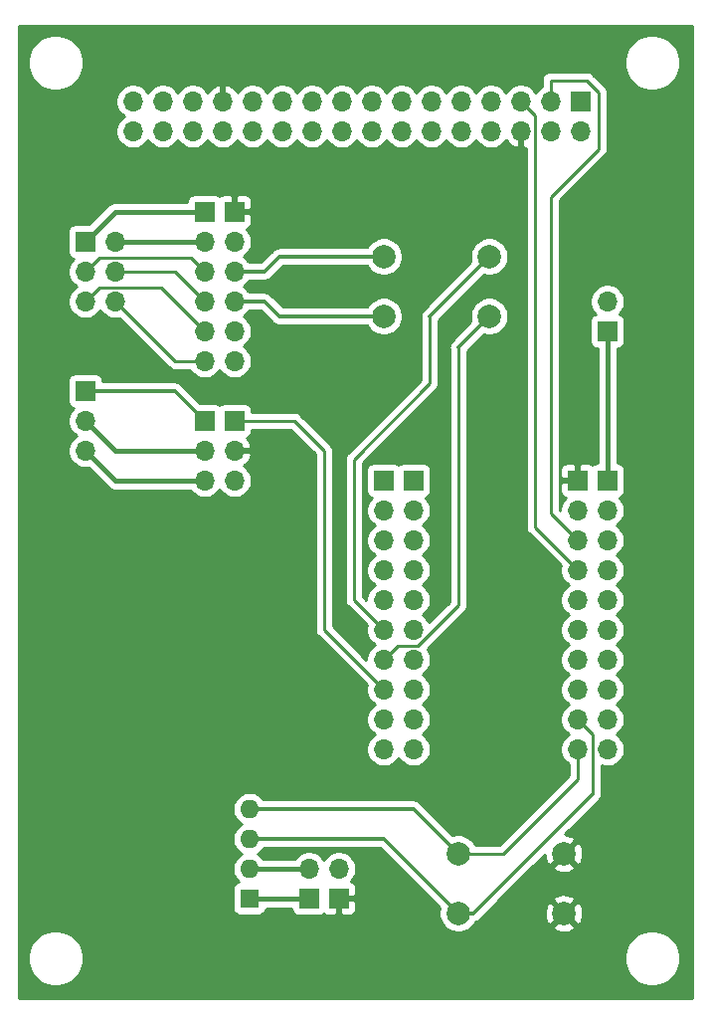
<source format=gbr>
%TF.GenerationSoftware,KiCad,Pcbnew,(5.1.10)-1*%
%TF.CreationDate,2022-04-15T10:12:12-07:00*%
%TF.ProjectId,SensorSuiteBoard,53656e73-6f72-4537-9569-7465426f6172,1.0*%
%TF.SameCoordinates,Original*%
%TF.FileFunction,Copper,L1,Top*%
%TF.FilePolarity,Positive*%
%FSLAX46Y46*%
G04 Gerber Fmt 4.6, Leading zero omitted, Abs format (unit mm)*
G04 Created by KiCad (PCBNEW (5.1.10)-1) date 2022-04-15 10:12:12*
%MOMM*%
%LPD*%
G01*
G04 APERTURE LIST*
%TA.AperFunction,ComponentPad*%
%ADD10O,1.700000X1.700000*%
%TD*%
%TA.AperFunction,ComponentPad*%
%ADD11R,1.700000X1.700000*%
%TD*%
%TA.AperFunction,ComponentPad*%
%ADD12C,2.000000*%
%TD*%
%TA.AperFunction,ComponentPad*%
%ADD13O,1.600000X1.600000*%
%TD*%
%TA.AperFunction,ComponentPad*%
%ADD14R,1.600000X1.600000*%
%TD*%
%TA.AperFunction,Conductor*%
%ADD15C,0.406400*%
%TD*%
%TA.AperFunction,Conductor*%
%ADD16C,0.304800*%
%TD*%
%TA.AperFunction,Conductor*%
%ADD17C,0.250000*%
%TD*%
%TA.AperFunction,Conductor*%
%ADD18C,0.254000*%
%TD*%
%TA.AperFunction,Conductor*%
%ADD19C,0.100000*%
%TD*%
G04 APERTURE END LIST*
D10*
%TO.P,J3,10*%
%TO.N,Net-(J3-Pad10)*%
X171450000Y-83820000D03*
%TO.P,J3,9*%
%TO.N,Net-(J3-Pad9)*%
X171450000Y-81280000D03*
%TO.P,J3,8*%
%TO.N,Net-(J3-Pad8)*%
X171450000Y-78740000D03*
%TO.P,J3,7*%
%TO.N,Net-(J3-Pad7)*%
X171450000Y-76200000D03*
%TO.P,J3,6*%
%TO.N,Net-(J3-Pad6)*%
X171450000Y-73660000D03*
%TO.P,J3,5*%
%TO.N,Net-(J3-Pad5)*%
X171450000Y-71120000D03*
%TO.P,J3,4*%
%TO.N,Net-(J3-Pad4)*%
X171450000Y-68580000D03*
%TO.P,J3,3*%
%TO.N,Net-(J3-Pad3)*%
X171450000Y-66040000D03*
%TO.P,J3,2*%
%TO.N,GND*%
X171450000Y-63500000D03*
D11*
%TO.P,J3,1*%
%TO.N,+5V*%
X171450000Y-60960000D03*
%TD*%
D10*
%TO.P,J8,32*%
%TO.N,Net-(J8-Pad32)*%
X131064000Y-31242000D03*
%TO.P,J8,31*%
%TO.N,Net-(J8-Pad31)*%
X131064000Y-28702000D03*
%TO.P,J8,30*%
%TO.N,Net-(J8-Pad30)*%
X133604000Y-31242000D03*
%TO.P,J8,29*%
%TO.N,Net-(J8-Pad29)*%
X133604000Y-28702000D03*
%TO.P,J8,28*%
%TO.N,Net-(J8-Pad28)*%
X136144000Y-31242000D03*
%TO.P,J8,27*%
%TO.N,Net-(J8-Pad27)*%
X136144000Y-28702000D03*
%TO.P,J8,26*%
%TO.N,Net-(J8-Pad26)*%
X138684000Y-31242000D03*
%TO.P,J8,25*%
%TO.N,+3V3*%
X138684000Y-28702000D03*
%TO.P,J8,24*%
%TO.N,GND*%
X141224000Y-31242000D03*
%TO.P,J8,23*%
%TO.N,Net-(J8-Pad23)*%
X141224000Y-28702000D03*
%TO.P,J8,22*%
%TO.N,Net-(J8-Pad22)*%
X143764000Y-31242000D03*
%TO.P,J8,21*%
%TO.N,Net-(J8-Pad21)*%
X143764000Y-28702000D03*
%TO.P,J8,20*%
%TO.N,Net-(J8-Pad20)*%
X146304000Y-31242000D03*
%TO.P,J8,19*%
%TO.N,Net-(J8-Pad19)*%
X146304000Y-28702000D03*
%TO.P,J8,18*%
%TO.N,Net-(J8-Pad18)*%
X148844000Y-31242000D03*
%TO.P,J8,17*%
%TO.N,Net-(J8-Pad17)*%
X148844000Y-28702000D03*
%TO.P,J8,16*%
%TO.N,Net-(J8-Pad16)*%
X151384000Y-31242000D03*
%TO.P,J8,15*%
%TO.N,Net-(J8-Pad15)*%
X151384000Y-28702000D03*
%TO.P,J8,14*%
%TO.N,Net-(J8-Pad14)*%
X153924000Y-31242000D03*
%TO.P,J8,13*%
%TO.N,Net-(J8-Pad13)*%
X153924000Y-28702000D03*
%TO.P,J8,12*%
%TO.N,Net-(J8-Pad12)*%
X156464000Y-31242000D03*
%TO.P,J8,11*%
%TO.N,Net-(J8-Pad11)*%
X156464000Y-28702000D03*
%TO.P,J8,10*%
%TO.N,Net-(J8-Pad10)*%
X159004000Y-31242000D03*
%TO.P,J8,9*%
%TO.N,Net-(J8-Pad9)*%
X159004000Y-28702000D03*
%TO.P,J8,8*%
%TO.N,Net-(J8-Pad8)*%
X161544000Y-31242000D03*
%TO.P,J8,7*%
%TO.N,Net-(J8-Pad7)*%
X161544000Y-28702000D03*
%TO.P,J8,6*%
%TO.N,+3V3*%
X164084000Y-31242000D03*
%TO.P,J8,5*%
%TO.N,/P6_0*%
X164084000Y-28702000D03*
%TO.P,J8,4*%
%TO.N,Net-(J8-Pad4)*%
X166624000Y-31242000D03*
%TO.P,J8,3*%
%TO.N,/P6_1*%
X166624000Y-28702000D03*
%TO.P,J8,2*%
%TO.N,Net-(J8-Pad2)*%
X169164000Y-31242000D03*
D11*
%TO.P,J8,1*%
%TO.N,GND*%
X169164000Y-28702000D03*
%TD*%
D10*
%TO.P,J7,6*%
%TO.N,Net-(J7-Pad6)*%
X129540000Y-45720000D03*
%TO.P,J7,5*%
%TO.N,Net-(J7-Pad5)*%
X127000000Y-45720000D03*
%TO.P,J7,4*%
%TO.N,Net-(J7-Pad4)*%
X129540000Y-43180000D03*
%TO.P,J7,3*%
%TO.N,Net-(J7-Pad3)*%
X127000000Y-43180000D03*
%TO.P,J7,2*%
%TO.N,Net-(J7-Pad2)*%
X129540000Y-40640000D03*
D11*
%TO.P,J7,1*%
%TO.N,Net-(J7-Pad1)*%
X127000000Y-40640000D03*
%TD*%
D10*
%TO.P,J5,3*%
%TO.N,Net-(J5-Pad3)*%
X127000000Y-58420000D03*
%TO.P,J5,2*%
%TO.N,Net-(J5-Pad2)*%
X127000000Y-55880000D03*
D11*
%TO.P,J5,1*%
%TO.N,Net-(J5-Pad1)*%
X127000000Y-53340000D03*
%TD*%
%TO.P,J70,1*%
%TO.N,+3V3*%
X139700000Y-38100000D03*
D10*
%TO.P,J70,2*%
%TO.N,GND*%
X139700000Y-40640000D03*
%TO.P,J70,3*%
%TO.N,Net-(J70-Pad3)*%
X139700000Y-43180000D03*
%TO.P,J70,4*%
%TO.N,Net-(J70-Pad4)*%
X139700000Y-45720000D03*
%TO.P,J70,5*%
%TO.N,Net-(J70-Pad5)*%
X139700000Y-48260000D03*
%TO.P,J70,6*%
%TO.N,Net-(J70-Pad6)*%
X139700000Y-50800000D03*
%TD*%
%TO.P,J71,6*%
%TO.N,Net-(J7-Pad6)*%
X137160000Y-50800000D03*
%TO.P,J71,5*%
%TO.N,Net-(J7-Pad5)*%
X137160000Y-48260000D03*
%TO.P,J71,4*%
%TO.N,Net-(J7-Pad4)*%
X137160000Y-45720000D03*
%TO.P,J71,3*%
%TO.N,Net-(J7-Pad3)*%
X137160000Y-43180000D03*
%TO.P,J71,2*%
%TO.N,Net-(J7-Pad2)*%
X137160000Y-40640000D03*
D11*
%TO.P,J71,1*%
%TO.N,Net-(J7-Pad1)*%
X137160000Y-38100000D03*
%TD*%
%TO.P,J50,1*%
%TO.N,/P4_3*%
X139700000Y-55880000D03*
D10*
%TO.P,J50,2*%
%TO.N,+3V3*%
X139700000Y-58420000D03*
%TO.P,J50,3*%
%TO.N,GND*%
X139700000Y-60960000D03*
%TD*%
%TO.P,J51,3*%
%TO.N,Net-(J5-Pad3)*%
X137160000Y-60960000D03*
%TO.P,J51,2*%
%TO.N,Net-(J5-Pad2)*%
X137160000Y-58420000D03*
D11*
%TO.P,J51,1*%
%TO.N,Net-(J5-Pad1)*%
X137160000Y-55880000D03*
%TD*%
D10*
%TO.P,J60,2*%
%TO.N,GND*%
X148590000Y-93980000D03*
D11*
%TO.P,J60,1*%
%TO.N,+3V3*%
X148590000Y-96520000D03*
%TD*%
%TO.P,J61,1*%
%TO.N,Net-(J61-Pad1)*%
X146050000Y-96520000D03*
D10*
%TO.P,J61,2*%
%TO.N,Net-(J61-Pad2)*%
X146050000Y-93980000D03*
%TD*%
D12*
%TO.P,R1,2*%
%TO.N,+3V3*%
X167750000Y-97790000D03*
%TO.P,R1,1*%
%TO.N,/P7_1*%
X158750000Y-97790000D03*
%TD*%
%TO.P,R2,1*%
%TO.N,/P7_0*%
X158750000Y-92710000D03*
%TO.P,R2,2*%
%TO.N,+3V3*%
X167750000Y-92710000D03*
%TD*%
%TO.P,R3,2*%
%TO.N,/P2_6*%
X161400000Y-41910000D03*
%TO.P,R3,1*%
%TO.N,Net-(J70-Pad3)*%
X152400000Y-41910000D03*
%TD*%
%TO.P,R4,1*%
%TO.N,Net-(J70-Pad4)*%
X152400000Y-46990000D03*
%TO.P,R4,2*%
%TO.N,/P2_5*%
X161400000Y-46990000D03*
%TD*%
D13*
%TO.P,U6,4*%
%TO.N,/P7_0*%
X140970000Y-88900000D03*
%TO.P,U6,3*%
%TO.N,/P7_1*%
X140970000Y-91440000D03*
%TO.P,U6,2*%
%TO.N,Net-(J61-Pad2)*%
X140970000Y-93980000D03*
D14*
%TO.P,U6,1*%
%TO.N,Net-(J61-Pad1)*%
X140970000Y-96520000D03*
%TD*%
D11*
%TO.P,J1,1*%
%TO.N,+3V3*%
X168910000Y-60960000D03*
D10*
%TO.P,J1,2*%
%TO.N,Net-(J1-Pad2)*%
X168910000Y-63500000D03*
%TO.P,J1,3*%
%TO.N,/P6_1*%
X168910000Y-66040000D03*
%TO.P,J1,4*%
%TO.N,/P6_0*%
X168910000Y-68580000D03*
%TO.P,J1,5*%
%TO.N,Net-(J1-Pad5)*%
X168910000Y-71120000D03*
%TO.P,J1,6*%
%TO.N,Net-(J1-Pad6)*%
X168910000Y-73660000D03*
%TO.P,J1,7*%
%TO.N,Net-(J1-Pad7)*%
X168910000Y-76200000D03*
%TO.P,J1,8*%
%TO.N,Net-(J1-Pad8)*%
X168910000Y-78740000D03*
%TO.P,J1,9*%
%TO.N,/P7_1*%
X168910000Y-81280000D03*
%TO.P,J1,10*%
%TO.N,/P7_0*%
X168910000Y-83820000D03*
%TD*%
D11*
%TO.P,J2,1*%
%TO.N,Net-(J2-Pad1)*%
X152400000Y-60960000D03*
D10*
%TO.P,J2,2*%
%TO.N,Net-(J2-Pad2)*%
X152400000Y-63500000D03*
%TO.P,J2,3*%
%TO.N,Net-(J2-Pad3)*%
X152400000Y-66040000D03*
%TO.P,J2,4*%
%TO.N,Net-(J2-Pad4)*%
X152400000Y-68580000D03*
%TO.P,J2,5*%
%TO.N,Net-(J2-Pad5)*%
X152400000Y-71120000D03*
%TO.P,J2,6*%
%TO.N,/P2_6*%
X152400000Y-73660000D03*
%TO.P,J2,7*%
%TO.N,/P2_5*%
X152400000Y-76200000D03*
%TO.P,J2,8*%
%TO.N,/P4_3*%
X152400000Y-78740000D03*
%TO.P,J2,9*%
%TO.N,Net-(J2-Pad9)*%
X152400000Y-81280000D03*
%TO.P,J2,10*%
%TO.N,Net-(J2-Pad10)*%
X152400000Y-83820000D03*
%TD*%
%TO.P,J4,10*%
%TO.N,Net-(J4-Pad10)*%
X154940000Y-83820000D03*
%TO.P,J4,9*%
%TO.N,Net-(J4-Pad9)*%
X154940000Y-81280000D03*
%TO.P,J4,8*%
%TO.N,Net-(J4-Pad8)*%
X154940000Y-78740000D03*
%TO.P,J4,7*%
%TO.N,Net-(J4-Pad7)*%
X154940000Y-76200000D03*
%TO.P,J4,6*%
%TO.N,Net-(J4-Pad6)*%
X154940000Y-73660000D03*
%TO.P,J4,5*%
%TO.N,Net-(J4-Pad5)*%
X154940000Y-71120000D03*
%TO.P,J4,4*%
%TO.N,Net-(J4-Pad4)*%
X154940000Y-68580000D03*
%TO.P,J4,3*%
%TO.N,Net-(J4-Pad3)*%
X154940000Y-66040000D03*
%TO.P,J4,2*%
%TO.N,Net-(J4-Pad2)*%
X154940000Y-63500000D03*
D11*
%TO.P,J4,1*%
%TO.N,Net-(J4-Pad1)*%
X154940000Y-60960000D03*
%TD*%
D10*
%TO.P,J9,2*%
%TO.N,GND*%
X171450000Y-45720000D03*
D11*
%TO.P,J9,1*%
%TO.N,+5V*%
X171450000Y-48260000D03*
%TD*%
D15*
%TO.N,+5V*%
X171450000Y-60960000D02*
X171450000Y-50800000D01*
X171450000Y-50800000D02*
X171450000Y-48260000D01*
D16*
%TO.N,/P7_0*%
X140970000Y-88900000D02*
X154940000Y-88900000D01*
X154940000Y-88900000D02*
X158750000Y-92710000D01*
X168910000Y-84580446D02*
X168910000Y-83820000D01*
D17*
X168910000Y-86360000D02*
X162560000Y-92710000D01*
X168910000Y-83820000D02*
X168910000Y-86360000D01*
X162560000Y-92710000D02*
X158750000Y-92710000D01*
D16*
%TO.N,/P7_1*%
X160020000Y-97790000D02*
X170180000Y-87630000D01*
X158750000Y-97790000D02*
X160020000Y-97790000D01*
X158750000Y-97790000D02*
X152400000Y-91440000D01*
X152400000Y-91440000D02*
X140970000Y-91440000D01*
D17*
X170180000Y-82550000D02*
X168910000Y-81280000D01*
X170180000Y-87630000D02*
X170180000Y-82550000D01*
%TO.N,/P6_0*%
X165259001Y-64929001D02*
X168910000Y-68580000D01*
X165259001Y-29877001D02*
X165259001Y-64929001D01*
X164084000Y-28702000D02*
X165259001Y-29877001D01*
%TO.N,/P6_1*%
X166624000Y-63754000D02*
X168910000Y-66040000D01*
X166624000Y-36830000D02*
X166624000Y-63754000D01*
X170688000Y-32766000D02*
X166624000Y-36830000D01*
X169671002Y-26924000D02*
X170688000Y-27940998D01*
X166624000Y-26924000D02*
X169671002Y-26924000D01*
X170688000Y-27940998D02*
X170688000Y-32766000D01*
X166624000Y-28702000D02*
X166624000Y-26924000D01*
D16*
%TO.N,/P2_6*%
X161400000Y-41910000D02*
X156320000Y-46990000D01*
D17*
X149860000Y-71120000D02*
X152400000Y-73660000D01*
X156320000Y-46990000D02*
X156320000Y-52722000D01*
X149860000Y-59182000D02*
X149860000Y-62484000D01*
X149860000Y-62484000D02*
X149860000Y-71120000D01*
X156320000Y-52722000D02*
X149860000Y-59182000D01*
X149860000Y-62230000D02*
X149860000Y-62484000D01*
D16*
%TO.N,/P2_5*%
X158750000Y-49640000D02*
X161400000Y-46990000D01*
D17*
X153575001Y-75024999D02*
X152400000Y-76200000D01*
X155314003Y-75024999D02*
X153575001Y-75024999D01*
X158750000Y-71589002D02*
X155314003Y-75024999D01*
X158750000Y-49640000D02*
X158750000Y-71589002D01*
%TO.N,/P4_3*%
X147320000Y-58420000D02*
X144780000Y-55880000D01*
X144780000Y-55880000D02*
X139700000Y-55880000D01*
X147320000Y-73660000D02*
X152400000Y-78740000D01*
X147320000Y-58420000D02*
X147320000Y-73660000D01*
D15*
%TO.N,Net-(J5-Pad3)*%
X129540000Y-60960000D02*
X137160000Y-60960000D01*
X127000000Y-58420000D02*
X129540000Y-60960000D01*
%TO.N,Net-(J5-Pad2)*%
X129540000Y-58420000D02*
X127000000Y-55880000D01*
X137160000Y-58420000D02*
X129540000Y-58420000D01*
D16*
%TO.N,Net-(J5-Pad1)*%
X137160000Y-55880000D02*
X134620000Y-53340000D01*
X134620000Y-53340000D02*
X127000000Y-53340000D01*
D15*
%TO.N,Net-(J61-Pad1)*%
X146050000Y-96520000D02*
X140970000Y-96520000D01*
%TO.N,Net-(J61-Pad2)*%
X146050000Y-93980000D02*
X140970000Y-93980000D01*
D17*
%TO.N,Net-(J7-Pad6)*%
X134620000Y-50800000D02*
X129540000Y-45720000D01*
X137160000Y-50800000D02*
X134620000Y-50800000D01*
%TO.N,Net-(J7-Pad5)*%
X133444999Y-44544999D02*
X137160000Y-48260000D01*
X128175001Y-44544999D02*
X133444999Y-44544999D01*
X127000000Y-45720000D02*
X128175001Y-44544999D01*
%TO.N,Net-(J7-Pad4)*%
X134620000Y-43180000D02*
X129540000Y-43180000D01*
X137160000Y-45720000D02*
X134620000Y-43180000D01*
%TO.N,Net-(J7-Pad3)*%
X135984999Y-42004999D02*
X137160000Y-43180000D01*
X128175001Y-42004999D02*
X135984999Y-42004999D01*
X127000000Y-43180000D02*
X128175001Y-42004999D01*
D15*
%TO.N,Net-(J7-Pad2)*%
X137160000Y-40640000D02*
X129540000Y-40640000D01*
%TO.N,Net-(J7-Pad1)*%
X129540000Y-38100000D02*
X137160000Y-38100000D01*
X127000000Y-40640000D02*
X129540000Y-38100000D01*
D16*
%TO.N,Net-(J70-Pad3)*%
X152400000Y-41910000D02*
X143510000Y-41910000D01*
X142240000Y-43180000D02*
X139700000Y-43180000D01*
X143510000Y-41910000D02*
X142240000Y-43180000D01*
%TO.N,Net-(J70-Pad4)*%
X152400000Y-46990000D02*
X143510000Y-46990000D01*
X143510000Y-46990000D02*
X142240000Y-45720000D01*
X142240000Y-45720000D02*
X139700000Y-45720000D01*
%TD*%
D18*
%TO.N,+3V3*%
X178664000Y-105004000D02*
X121310000Y-105004000D01*
X121310000Y-101365098D01*
X122075000Y-101365098D01*
X122075000Y-101834902D01*
X122166654Y-102295679D01*
X122346440Y-102729721D01*
X122607450Y-103120349D01*
X122939651Y-103452550D01*
X123330279Y-103713560D01*
X123764321Y-103893346D01*
X124225098Y-103985000D01*
X124694902Y-103985000D01*
X125155679Y-103893346D01*
X125589721Y-103713560D01*
X125980349Y-103452550D01*
X126312550Y-103120349D01*
X126573560Y-102729721D01*
X126753346Y-102295679D01*
X126845000Y-101834902D01*
X126845000Y-101365098D01*
X172875000Y-101365098D01*
X172875000Y-101834902D01*
X172966654Y-102295679D01*
X173146440Y-102729721D01*
X173407450Y-103120349D01*
X173739651Y-103452550D01*
X174130279Y-103713560D01*
X174564321Y-103893346D01*
X175025098Y-103985000D01*
X175494902Y-103985000D01*
X175955679Y-103893346D01*
X176389721Y-103713560D01*
X176780349Y-103452550D01*
X177112550Y-103120349D01*
X177373560Y-102729721D01*
X177553346Y-102295679D01*
X177645000Y-101834902D01*
X177645000Y-101365098D01*
X177553346Y-100904321D01*
X177373560Y-100470279D01*
X177112550Y-100079651D01*
X176780349Y-99747450D01*
X176389721Y-99486440D01*
X175955679Y-99306654D01*
X175494902Y-99215000D01*
X175025098Y-99215000D01*
X174564321Y-99306654D01*
X174130279Y-99486440D01*
X173739651Y-99747450D01*
X173407450Y-100079651D01*
X173146440Y-100470279D01*
X172966654Y-100904321D01*
X172875000Y-101365098D01*
X126845000Y-101365098D01*
X126753346Y-100904321D01*
X126573560Y-100470279D01*
X126312550Y-100079651D01*
X125980349Y-99747450D01*
X125589721Y-99486440D01*
X125155679Y-99306654D01*
X124694902Y-99215000D01*
X124225098Y-99215000D01*
X123764321Y-99306654D01*
X123330279Y-99486440D01*
X122939651Y-99747450D01*
X122607450Y-100079651D01*
X122346440Y-100470279D01*
X122166654Y-100904321D01*
X122075000Y-101365098D01*
X121310000Y-101365098D01*
X121310000Y-52490000D01*
X125511928Y-52490000D01*
X125511928Y-54190000D01*
X125524188Y-54314482D01*
X125560498Y-54434180D01*
X125619463Y-54544494D01*
X125698815Y-54641185D01*
X125795506Y-54720537D01*
X125905820Y-54779502D01*
X125978380Y-54801513D01*
X125846525Y-54933368D01*
X125684010Y-55176589D01*
X125572068Y-55446842D01*
X125515000Y-55733740D01*
X125515000Y-56026260D01*
X125572068Y-56313158D01*
X125684010Y-56583411D01*
X125846525Y-56826632D01*
X126053368Y-57033475D01*
X126227760Y-57150000D01*
X126053368Y-57266525D01*
X125846525Y-57473368D01*
X125684010Y-57716589D01*
X125572068Y-57986842D01*
X125515000Y-58273740D01*
X125515000Y-58566260D01*
X125572068Y-58853158D01*
X125684010Y-59123411D01*
X125846525Y-59366632D01*
X126053368Y-59573475D01*
X126296589Y-59735990D01*
X126566842Y-59847932D01*
X126853740Y-59905000D01*
X127146260Y-59905000D01*
X127274165Y-59879558D01*
X128918194Y-61523588D01*
X128944436Y-61555564D01*
X128976412Y-61581806D01*
X128976414Y-61581808D01*
X129072068Y-61660309D01*
X129217683Y-61738142D01*
X129375684Y-61786071D01*
X129498830Y-61798200D01*
X129498839Y-61798200D01*
X129539999Y-61802254D01*
X129581159Y-61798200D01*
X135934073Y-61798200D01*
X136006525Y-61906632D01*
X136213368Y-62113475D01*
X136456589Y-62275990D01*
X136726842Y-62387932D01*
X137013740Y-62445000D01*
X137306260Y-62445000D01*
X137593158Y-62387932D01*
X137863411Y-62275990D01*
X138106632Y-62113475D01*
X138313475Y-61906632D01*
X138430000Y-61732240D01*
X138546525Y-61906632D01*
X138753368Y-62113475D01*
X138996589Y-62275990D01*
X139266842Y-62387932D01*
X139553740Y-62445000D01*
X139846260Y-62445000D01*
X140133158Y-62387932D01*
X140403411Y-62275990D01*
X140646632Y-62113475D01*
X140853475Y-61906632D01*
X141015990Y-61663411D01*
X141127932Y-61393158D01*
X141185000Y-61106260D01*
X141185000Y-60813740D01*
X141127932Y-60526842D01*
X141015990Y-60256589D01*
X140853475Y-60013368D01*
X140646632Y-59806525D01*
X140464466Y-59684805D01*
X140581355Y-59615178D01*
X140797588Y-59420269D01*
X140971641Y-59186920D01*
X141096825Y-58924099D01*
X141141476Y-58776890D01*
X141020155Y-58547000D01*
X139827000Y-58547000D01*
X139827000Y-58567000D01*
X139573000Y-58567000D01*
X139573000Y-58547000D01*
X139553000Y-58547000D01*
X139553000Y-58293000D01*
X139573000Y-58293000D01*
X139573000Y-58273000D01*
X139827000Y-58273000D01*
X139827000Y-58293000D01*
X141020155Y-58293000D01*
X141141476Y-58063110D01*
X141096825Y-57915901D01*
X140971641Y-57653080D01*
X140797588Y-57419731D01*
X140713534Y-57343966D01*
X140794180Y-57319502D01*
X140904494Y-57260537D01*
X141001185Y-57181185D01*
X141080537Y-57084494D01*
X141139502Y-56974180D01*
X141175812Y-56854482D01*
X141188072Y-56730000D01*
X141188072Y-56640000D01*
X144465199Y-56640000D01*
X146560000Y-58734803D01*
X146560001Y-73622667D01*
X146556324Y-73660000D01*
X146570998Y-73808985D01*
X146614454Y-73952246D01*
X146685026Y-74084276D01*
X146756201Y-74171002D01*
X146780000Y-74200001D01*
X146808998Y-74223799D01*
X150958790Y-78373592D01*
X150915000Y-78593740D01*
X150915000Y-78886260D01*
X150972068Y-79173158D01*
X151084010Y-79443411D01*
X151246525Y-79686632D01*
X151453368Y-79893475D01*
X151627760Y-80010000D01*
X151453368Y-80126525D01*
X151246525Y-80333368D01*
X151084010Y-80576589D01*
X150972068Y-80846842D01*
X150915000Y-81133740D01*
X150915000Y-81426260D01*
X150972068Y-81713158D01*
X151084010Y-81983411D01*
X151246525Y-82226632D01*
X151453368Y-82433475D01*
X151627760Y-82550000D01*
X151453368Y-82666525D01*
X151246525Y-82873368D01*
X151084010Y-83116589D01*
X150972068Y-83386842D01*
X150915000Y-83673740D01*
X150915000Y-83966260D01*
X150972068Y-84253158D01*
X151084010Y-84523411D01*
X151246525Y-84766632D01*
X151453368Y-84973475D01*
X151696589Y-85135990D01*
X151966842Y-85247932D01*
X152253740Y-85305000D01*
X152546260Y-85305000D01*
X152833158Y-85247932D01*
X153103411Y-85135990D01*
X153346632Y-84973475D01*
X153553475Y-84766632D01*
X153670000Y-84592240D01*
X153786525Y-84766632D01*
X153993368Y-84973475D01*
X154236589Y-85135990D01*
X154506842Y-85247932D01*
X154793740Y-85305000D01*
X155086260Y-85305000D01*
X155373158Y-85247932D01*
X155643411Y-85135990D01*
X155886632Y-84973475D01*
X156093475Y-84766632D01*
X156255990Y-84523411D01*
X156367932Y-84253158D01*
X156425000Y-83966260D01*
X156425000Y-83673740D01*
X156367932Y-83386842D01*
X156255990Y-83116589D01*
X156093475Y-82873368D01*
X155886632Y-82666525D01*
X155712240Y-82550000D01*
X155886632Y-82433475D01*
X156093475Y-82226632D01*
X156255990Y-81983411D01*
X156367932Y-81713158D01*
X156425000Y-81426260D01*
X156425000Y-81133740D01*
X156367932Y-80846842D01*
X156255990Y-80576589D01*
X156093475Y-80333368D01*
X155886632Y-80126525D01*
X155712240Y-80010000D01*
X155886632Y-79893475D01*
X156093475Y-79686632D01*
X156255990Y-79443411D01*
X156367932Y-79173158D01*
X156425000Y-78886260D01*
X156425000Y-78593740D01*
X156367932Y-78306842D01*
X156255990Y-78036589D01*
X156093475Y-77793368D01*
X155886632Y-77586525D01*
X155712240Y-77470000D01*
X155886632Y-77353475D01*
X156093475Y-77146632D01*
X156255990Y-76903411D01*
X156367932Y-76633158D01*
X156425000Y-76346260D01*
X156425000Y-76053740D01*
X156367932Y-75766842D01*
X156255990Y-75496589D01*
X156120295Y-75293508D01*
X159261003Y-72152801D01*
X159290001Y-72129003D01*
X159384974Y-72013278D01*
X159455546Y-71881249D01*
X159499003Y-71737988D01*
X159510000Y-71626335D01*
X159513677Y-71589002D01*
X159510000Y-71551669D01*
X159510000Y-49993550D01*
X160938347Y-48565203D01*
X161238967Y-48625000D01*
X161561033Y-48625000D01*
X161876912Y-48562168D01*
X162174463Y-48438918D01*
X162442252Y-48259987D01*
X162669987Y-48032252D01*
X162848918Y-47764463D01*
X162972168Y-47466912D01*
X163035000Y-47151033D01*
X163035000Y-46828967D01*
X162972168Y-46513088D01*
X162848918Y-46215537D01*
X162669987Y-45947748D01*
X162442252Y-45720013D01*
X162174463Y-45541082D01*
X161876912Y-45417832D01*
X161561033Y-45355000D01*
X161238967Y-45355000D01*
X160923088Y-45417832D01*
X160625537Y-45541082D01*
X160357748Y-45720013D01*
X160130013Y-45947748D01*
X159951082Y-46215537D01*
X159827832Y-46513088D01*
X159765000Y-46828967D01*
X159765000Y-47151033D01*
X159824797Y-47451653D01*
X158165879Y-49110571D01*
X158092135Y-49200428D01*
X158019018Y-49337218D01*
X157973995Y-49485643D01*
X157958792Y-49640000D01*
X157973995Y-49794357D01*
X157990000Y-49847120D01*
X157990001Y-71274199D01*
X156271110Y-72993091D01*
X156255990Y-72956589D01*
X156093475Y-72713368D01*
X155886632Y-72506525D01*
X155712240Y-72390000D01*
X155886632Y-72273475D01*
X156093475Y-72066632D01*
X156255990Y-71823411D01*
X156367932Y-71553158D01*
X156425000Y-71266260D01*
X156425000Y-70973740D01*
X156367932Y-70686842D01*
X156255990Y-70416589D01*
X156093475Y-70173368D01*
X155886632Y-69966525D01*
X155712240Y-69850000D01*
X155886632Y-69733475D01*
X156093475Y-69526632D01*
X156255990Y-69283411D01*
X156367932Y-69013158D01*
X156425000Y-68726260D01*
X156425000Y-68433740D01*
X156367932Y-68146842D01*
X156255990Y-67876589D01*
X156093475Y-67633368D01*
X155886632Y-67426525D01*
X155712240Y-67310000D01*
X155886632Y-67193475D01*
X156093475Y-66986632D01*
X156255990Y-66743411D01*
X156367932Y-66473158D01*
X156425000Y-66186260D01*
X156425000Y-65893740D01*
X156367932Y-65606842D01*
X156255990Y-65336589D01*
X156093475Y-65093368D01*
X155886632Y-64886525D01*
X155712240Y-64770000D01*
X155886632Y-64653475D01*
X156093475Y-64446632D01*
X156255990Y-64203411D01*
X156367932Y-63933158D01*
X156425000Y-63646260D01*
X156425000Y-63353740D01*
X156367932Y-63066842D01*
X156255990Y-62796589D01*
X156093475Y-62553368D01*
X155961620Y-62421513D01*
X156034180Y-62399502D01*
X156144494Y-62340537D01*
X156241185Y-62261185D01*
X156320537Y-62164494D01*
X156379502Y-62054180D01*
X156415812Y-61934482D01*
X156428072Y-61810000D01*
X156428072Y-60110000D01*
X156415812Y-59985518D01*
X156379502Y-59865820D01*
X156320537Y-59755506D01*
X156241185Y-59658815D01*
X156144494Y-59579463D01*
X156034180Y-59520498D01*
X155914482Y-59484188D01*
X155790000Y-59471928D01*
X154090000Y-59471928D01*
X153965518Y-59484188D01*
X153845820Y-59520498D01*
X153735506Y-59579463D01*
X153670000Y-59633222D01*
X153604494Y-59579463D01*
X153494180Y-59520498D01*
X153374482Y-59484188D01*
X153250000Y-59471928D01*
X151550000Y-59471928D01*
X151425518Y-59484188D01*
X151305820Y-59520498D01*
X151195506Y-59579463D01*
X151098815Y-59658815D01*
X151019463Y-59755506D01*
X150960498Y-59865820D01*
X150924188Y-59985518D01*
X150911928Y-60110000D01*
X150911928Y-61810000D01*
X150924188Y-61934482D01*
X150960498Y-62054180D01*
X151019463Y-62164494D01*
X151098815Y-62261185D01*
X151195506Y-62340537D01*
X151305820Y-62399502D01*
X151378380Y-62421513D01*
X151246525Y-62553368D01*
X151084010Y-62796589D01*
X150972068Y-63066842D01*
X150915000Y-63353740D01*
X150915000Y-63646260D01*
X150972068Y-63933158D01*
X151084010Y-64203411D01*
X151246525Y-64446632D01*
X151453368Y-64653475D01*
X151627760Y-64770000D01*
X151453368Y-64886525D01*
X151246525Y-65093368D01*
X151084010Y-65336589D01*
X150972068Y-65606842D01*
X150915000Y-65893740D01*
X150915000Y-66186260D01*
X150972068Y-66473158D01*
X151084010Y-66743411D01*
X151246525Y-66986632D01*
X151453368Y-67193475D01*
X151627760Y-67310000D01*
X151453368Y-67426525D01*
X151246525Y-67633368D01*
X151084010Y-67876589D01*
X150972068Y-68146842D01*
X150915000Y-68433740D01*
X150915000Y-68726260D01*
X150972068Y-69013158D01*
X151084010Y-69283411D01*
X151246525Y-69526632D01*
X151453368Y-69733475D01*
X151627760Y-69850000D01*
X151453368Y-69966525D01*
X151246525Y-70173368D01*
X151084010Y-70416589D01*
X150972068Y-70686842D01*
X150915000Y-70973740D01*
X150915000Y-71100199D01*
X150620000Y-70805199D01*
X150620000Y-59496801D01*
X156831003Y-53285799D01*
X156860001Y-53262001D01*
X156954974Y-53146276D01*
X157025546Y-53014247D01*
X157069003Y-52870986D01*
X157080000Y-52759333D01*
X157083677Y-52722000D01*
X157080000Y-52684667D01*
X157080000Y-47343550D01*
X160938348Y-43485203D01*
X161238967Y-43545000D01*
X161561033Y-43545000D01*
X161876912Y-43482168D01*
X162174463Y-43358918D01*
X162442252Y-43179987D01*
X162669987Y-42952252D01*
X162848918Y-42684463D01*
X162972168Y-42386912D01*
X163035000Y-42071033D01*
X163035000Y-41748967D01*
X162972168Y-41433088D01*
X162848918Y-41135537D01*
X162669987Y-40867748D01*
X162442252Y-40640013D01*
X162174463Y-40461082D01*
X161876912Y-40337832D01*
X161561033Y-40275000D01*
X161238967Y-40275000D01*
X160923088Y-40337832D01*
X160625537Y-40461082D01*
X160357748Y-40640013D01*
X160130013Y-40867748D01*
X159951082Y-41135537D01*
X159827832Y-41433088D01*
X159765000Y-41748967D01*
X159765000Y-42071033D01*
X159824797Y-42371652D01*
X155735879Y-46460571D01*
X155662135Y-46550428D01*
X155589018Y-46687218D01*
X155543995Y-46835643D01*
X155528792Y-46990000D01*
X155543995Y-47144357D01*
X155560000Y-47197120D01*
X155560001Y-52407197D01*
X149349003Y-58618196D01*
X149319999Y-58641999D01*
X149264871Y-58709174D01*
X149225026Y-58757724D01*
X149178763Y-58844275D01*
X149154454Y-58889754D01*
X149110997Y-59033015D01*
X149100000Y-59144668D01*
X149100000Y-59144678D01*
X149096324Y-59182000D01*
X149100000Y-59219323D01*
X149100001Y-62192659D01*
X149100000Y-62192668D01*
X149100000Y-62446668D01*
X149100001Y-71082668D01*
X149096324Y-71120000D01*
X149110998Y-71268985D01*
X149154454Y-71412246D01*
X149225026Y-71544276D01*
X149292371Y-71626335D01*
X149320000Y-71660001D01*
X149348998Y-71683799D01*
X150958790Y-73293593D01*
X150915000Y-73513740D01*
X150915000Y-73806260D01*
X150972068Y-74093158D01*
X151084010Y-74363411D01*
X151246525Y-74606632D01*
X151453368Y-74813475D01*
X151627760Y-74930000D01*
X151453368Y-75046525D01*
X151246525Y-75253368D01*
X151084010Y-75496589D01*
X150972068Y-75766842D01*
X150915000Y-76053740D01*
X150915000Y-76180198D01*
X148080000Y-73345199D01*
X148080000Y-58457322D01*
X148083676Y-58419999D01*
X148080000Y-58382676D01*
X148080000Y-58382667D01*
X148069003Y-58271014D01*
X148025546Y-58127753D01*
X147954974Y-57995724D01*
X147941811Y-57979685D01*
X147883799Y-57908996D01*
X147883795Y-57908992D01*
X147860001Y-57879999D01*
X147831009Y-57856206D01*
X145343804Y-55369003D01*
X145320001Y-55339999D01*
X145204276Y-55245026D01*
X145072247Y-55174454D01*
X144928986Y-55130997D01*
X144817333Y-55120000D01*
X144817322Y-55120000D01*
X144780000Y-55116324D01*
X144742678Y-55120000D01*
X141188072Y-55120000D01*
X141188072Y-55030000D01*
X141175812Y-54905518D01*
X141139502Y-54785820D01*
X141080537Y-54675506D01*
X141001185Y-54578815D01*
X140904494Y-54499463D01*
X140794180Y-54440498D01*
X140674482Y-54404188D01*
X140550000Y-54391928D01*
X138850000Y-54391928D01*
X138725518Y-54404188D01*
X138605820Y-54440498D01*
X138495506Y-54499463D01*
X138430000Y-54553222D01*
X138364494Y-54499463D01*
X138254180Y-54440498D01*
X138134482Y-54404188D01*
X138010000Y-54391928D01*
X136785479Y-54391928D01*
X135204128Y-52810578D01*
X135179469Y-52780531D01*
X135059572Y-52682134D01*
X134922783Y-52609018D01*
X134774357Y-52563994D01*
X134658673Y-52552600D01*
X134658663Y-52552600D01*
X134620000Y-52548792D01*
X134581337Y-52552600D01*
X128488072Y-52552600D01*
X128488072Y-52490000D01*
X128475812Y-52365518D01*
X128439502Y-52245820D01*
X128380537Y-52135506D01*
X128301185Y-52038815D01*
X128204494Y-51959463D01*
X128094180Y-51900498D01*
X127974482Y-51864188D01*
X127850000Y-51851928D01*
X126150000Y-51851928D01*
X126025518Y-51864188D01*
X125905820Y-51900498D01*
X125795506Y-51959463D01*
X125698815Y-52038815D01*
X125619463Y-52135506D01*
X125560498Y-52245820D01*
X125524188Y-52365518D01*
X125511928Y-52490000D01*
X121310000Y-52490000D01*
X121310000Y-39790000D01*
X125511928Y-39790000D01*
X125511928Y-41490000D01*
X125524188Y-41614482D01*
X125560498Y-41734180D01*
X125619463Y-41844494D01*
X125698815Y-41941185D01*
X125795506Y-42020537D01*
X125905820Y-42079502D01*
X125978380Y-42101513D01*
X125846525Y-42233368D01*
X125684010Y-42476589D01*
X125572068Y-42746842D01*
X125515000Y-43033740D01*
X125515000Y-43326260D01*
X125572068Y-43613158D01*
X125684010Y-43883411D01*
X125846525Y-44126632D01*
X126053368Y-44333475D01*
X126227760Y-44450000D01*
X126053368Y-44566525D01*
X125846525Y-44773368D01*
X125684010Y-45016589D01*
X125572068Y-45286842D01*
X125515000Y-45573740D01*
X125515000Y-45866260D01*
X125572068Y-46153158D01*
X125684010Y-46423411D01*
X125846525Y-46666632D01*
X126053368Y-46873475D01*
X126296589Y-47035990D01*
X126566842Y-47147932D01*
X126853740Y-47205000D01*
X127146260Y-47205000D01*
X127433158Y-47147932D01*
X127703411Y-47035990D01*
X127946632Y-46873475D01*
X128153475Y-46666632D01*
X128270000Y-46492240D01*
X128386525Y-46666632D01*
X128593368Y-46873475D01*
X128836589Y-47035990D01*
X129106842Y-47147932D01*
X129393740Y-47205000D01*
X129686260Y-47205000D01*
X129906408Y-47161209D01*
X134056201Y-51311003D01*
X134079999Y-51340001D01*
X134108997Y-51363799D01*
X134195723Y-51434974D01*
X134317955Y-51500309D01*
X134327753Y-51505546D01*
X134471014Y-51549003D01*
X134582667Y-51560000D01*
X134582677Y-51560000D01*
X134620000Y-51563676D01*
X134657323Y-51560000D01*
X135881822Y-51560000D01*
X136006525Y-51746632D01*
X136213368Y-51953475D01*
X136456589Y-52115990D01*
X136726842Y-52227932D01*
X137013740Y-52285000D01*
X137306260Y-52285000D01*
X137593158Y-52227932D01*
X137863411Y-52115990D01*
X138106632Y-51953475D01*
X138313475Y-51746632D01*
X138430000Y-51572240D01*
X138546525Y-51746632D01*
X138753368Y-51953475D01*
X138996589Y-52115990D01*
X139266842Y-52227932D01*
X139553740Y-52285000D01*
X139846260Y-52285000D01*
X140133158Y-52227932D01*
X140403411Y-52115990D01*
X140646632Y-51953475D01*
X140853475Y-51746632D01*
X141015990Y-51503411D01*
X141127932Y-51233158D01*
X141185000Y-50946260D01*
X141185000Y-50653740D01*
X141127932Y-50366842D01*
X141015990Y-50096589D01*
X140853475Y-49853368D01*
X140646632Y-49646525D01*
X140472240Y-49530000D01*
X140646632Y-49413475D01*
X140853475Y-49206632D01*
X141015990Y-48963411D01*
X141127932Y-48693158D01*
X141185000Y-48406260D01*
X141185000Y-48113740D01*
X141127932Y-47826842D01*
X141015990Y-47556589D01*
X140853475Y-47313368D01*
X140646632Y-47106525D01*
X140472240Y-46990000D01*
X140646632Y-46873475D01*
X140853475Y-46666632D01*
X140959870Y-46507400D01*
X141913850Y-46507400D01*
X142925881Y-47519433D01*
X142950531Y-47549469D01*
X142980567Y-47574119D01*
X142980569Y-47574121D01*
X143044055Y-47626222D01*
X143070428Y-47647866D01*
X143207217Y-47720982D01*
X143355643Y-47766006D01*
X143471327Y-47777400D01*
X143471336Y-47777400D01*
X143509999Y-47781208D01*
X143548662Y-47777400D01*
X150959726Y-47777400D01*
X151130013Y-48032252D01*
X151357748Y-48259987D01*
X151625537Y-48438918D01*
X151923088Y-48562168D01*
X152238967Y-48625000D01*
X152561033Y-48625000D01*
X152876912Y-48562168D01*
X153174463Y-48438918D01*
X153442252Y-48259987D01*
X153669987Y-48032252D01*
X153848918Y-47764463D01*
X153972168Y-47466912D01*
X154035000Y-47151033D01*
X154035000Y-46828967D01*
X153972168Y-46513088D01*
X153848918Y-46215537D01*
X153669987Y-45947748D01*
X153442252Y-45720013D01*
X153174463Y-45541082D01*
X152876912Y-45417832D01*
X152561033Y-45355000D01*
X152238967Y-45355000D01*
X151923088Y-45417832D01*
X151625537Y-45541082D01*
X151357748Y-45720013D01*
X151130013Y-45947748D01*
X150959726Y-46202600D01*
X143836152Y-46202600D01*
X142824127Y-45190577D01*
X142799469Y-45160531D01*
X142679572Y-45062134D01*
X142542783Y-44989018D01*
X142394357Y-44943994D01*
X142278673Y-44932600D01*
X142278663Y-44932600D01*
X142240000Y-44928792D01*
X142201337Y-44932600D01*
X140959870Y-44932600D01*
X140853475Y-44773368D01*
X140646632Y-44566525D01*
X140472240Y-44450000D01*
X140646632Y-44333475D01*
X140853475Y-44126632D01*
X140959870Y-43967400D01*
X142201337Y-43967400D01*
X142240000Y-43971208D01*
X142278663Y-43967400D01*
X142278673Y-43967400D01*
X142394357Y-43956006D01*
X142542783Y-43910982D01*
X142679572Y-43837866D01*
X142799469Y-43739469D01*
X142824127Y-43709423D01*
X143836152Y-42697400D01*
X150959726Y-42697400D01*
X151130013Y-42952252D01*
X151357748Y-43179987D01*
X151625537Y-43358918D01*
X151923088Y-43482168D01*
X152238967Y-43545000D01*
X152561033Y-43545000D01*
X152876912Y-43482168D01*
X153174463Y-43358918D01*
X153442252Y-43179987D01*
X153669987Y-42952252D01*
X153848918Y-42684463D01*
X153972168Y-42386912D01*
X154035000Y-42071033D01*
X154035000Y-41748967D01*
X153972168Y-41433088D01*
X153848918Y-41135537D01*
X153669987Y-40867748D01*
X153442252Y-40640013D01*
X153174463Y-40461082D01*
X152876912Y-40337832D01*
X152561033Y-40275000D01*
X152238967Y-40275000D01*
X151923088Y-40337832D01*
X151625537Y-40461082D01*
X151357748Y-40640013D01*
X151130013Y-40867748D01*
X150959726Y-41122600D01*
X143548662Y-41122600D01*
X143509999Y-41118792D01*
X143471336Y-41122600D01*
X143471327Y-41122600D01*
X143355643Y-41133994D01*
X143207217Y-41179018D01*
X143070428Y-41252134D01*
X143070426Y-41252135D01*
X143070427Y-41252135D01*
X142980569Y-41325879D01*
X142980567Y-41325881D01*
X142950531Y-41350531D01*
X142925881Y-41380567D01*
X141913850Y-42392600D01*
X140959870Y-42392600D01*
X140853475Y-42233368D01*
X140646632Y-42026525D01*
X140472240Y-41910000D01*
X140646632Y-41793475D01*
X140853475Y-41586632D01*
X141015990Y-41343411D01*
X141127932Y-41073158D01*
X141185000Y-40786260D01*
X141185000Y-40493740D01*
X141127932Y-40206842D01*
X141015990Y-39936589D01*
X140853475Y-39693368D01*
X140721620Y-39561513D01*
X140794180Y-39539502D01*
X140904494Y-39480537D01*
X141001185Y-39401185D01*
X141080537Y-39304494D01*
X141139502Y-39194180D01*
X141175812Y-39074482D01*
X141188072Y-38950000D01*
X141185000Y-38385750D01*
X141026250Y-38227000D01*
X139827000Y-38227000D01*
X139827000Y-38247000D01*
X139573000Y-38247000D01*
X139573000Y-38227000D01*
X139553000Y-38227000D01*
X139553000Y-37973000D01*
X139573000Y-37973000D01*
X139573000Y-36773750D01*
X139827000Y-36773750D01*
X139827000Y-37973000D01*
X141026250Y-37973000D01*
X141185000Y-37814250D01*
X141188072Y-37250000D01*
X141175812Y-37125518D01*
X141139502Y-37005820D01*
X141080537Y-36895506D01*
X141001185Y-36798815D01*
X140904494Y-36719463D01*
X140794180Y-36660498D01*
X140674482Y-36624188D01*
X140550000Y-36611928D01*
X139985750Y-36615000D01*
X139827000Y-36773750D01*
X139573000Y-36773750D01*
X139414250Y-36615000D01*
X138850000Y-36611928D01*
X138725518Y-36624188D01*
X138605820Y-36660498D01*
X138495506Y-36719463D01*
X138430000Y-36773222D01*
X138364494Y-36719463D01*
X138254180Y-36660498D01*
X138134482Y-36624188D01*
X138010000Y-36611928D01*
X136310000Y-36611928D01*
X136185518Y-36624188D01*
X136065820Y-36660498D01*
X135955506Y-36719463D01*
X135858815Y-36798815D01*
X135779463Y-36895506D01*
X135720498Y-37005820D01*
X135684188Y-37125518D01*
X135671928Y-37250000D01*
X135671928Y-37261800D01*
X129581159Y-37261800D01*
X129539999Y-37257746D01*
X129498839Y-37261800D01*
X129498830Y-37261800D01*
X129375684Y-37273929D01*
X129217683Y-37321858D01*
X129127614Y-37370001D01*
X129072068Y-37399691D01*
X128992521Y-37464974D01*
X128944436Y-37504436D01*
X128918194Y-37536412D01*
X127302679Y-39151928D01*
X126150000Y-39151928D01*
X126025518Y-39164188D01*
X125905820Y-39200498D01*
X125795506Y-39259463D01*
X125698815Y-39338815D01*
X125619463Y-39435506D01*
X125560498Y-39545820D01*
X125524188Y-39665518D01*
X125511928Y-39790000D01*
X121310000Y-39790000D01*
X121310000Y-28555740D01*
X129579000Y-28555740D01*
X129579000Y-28848260D01*
X129636068Y-29135158D01*
X129748010Y-29405411D01*
X129910525Y-29648632D01*
X130117368Y-29855475D01*
X130291760Y-29972000D01*
X130117368Y-30088525D01*
X129910525Y-30295368D01*
X129748010Y-30538589D01*
X129636068Y-30808842D01*
X129579000Y-31095740D01*
X129579000Y-31388260D01*
X129636068Y-31675158D01*
X129748010Y-31945411D01*
X129910525Y-32188632D01*
X130117368Y-32395475D01*
X130360589Y-32557990D01*
X130630842Y-32669932D01*
X130917740Y-32727000D01*
X131210260Y-32727000D01*
X131497158Y-32669932D01*
X131767411Y-32557990D01*
X132010632Y-32395475D01*
X132217475Y-32188632D01*
X132334000Y-32014240D01*
X132450525Y-32188632D01*
X132657368Y-32395475D01*
X132900589Y-32557990D01*
X133170842Y-32669932D01*
X133457740Y-32727000D01*
X133750260Y-32727000D01*
X134037158Y-32669932D01*
X134307411Y-32557990D01*
X134550632Y-32395475D01*
X134757475Y-32188632D01*
X134874000Y-32014240D01*
X134990525Y-32188632D01*
X135197368Y-32395475D01*
X135440589Y-32557990D01*
X135710842Y-32669932D01*
X135997740Y-32727000D01*
X136290260Y-32727000D01*
X136577158Y-32669932D01*
X136847411Y-32557990D01*
X137090632Y-32395475D01*
X137297475Y-32188632D01*
X137414000Y-32014240D01*
X137530525Y-32188632D01*
X137737368Y-32395475D01*
X137980589Y-32557990D01*
X138250842Y-32669932D01*
X138537740Y-32727000D01*
X138830260Y-32727000D01*
X139117158Y-32669932D01*
X139387411Y-32557990D01*
X139630632Y-32395475D01*
X139837475Y-32188632D01*
X139954000Y-32014240D01*
X140070525Y-32188632D01*
X140277368Y-32395475D01*
X140520589Y-32557990D01*
X140790842Y-32669932D01*
X141077740Y-32727000D01*
X141370260Y-32727000D01*
X141657158Y-32669932D01*
X141927411Y-32557990D01*
X142170632Y-32395475D01*
X142377475Y-32188632D01*
X142494000Y-32014240D01*
X142610525Y-32188632D01*
X142817368Y-32395475D01*
X143060589Y-32557990D01*
X143330842Y-32669932D01*
X143617740Y-32727000D01*
X143910260Y-32727000D01*
X144197158Y-32669932D01*
X144467411Y-32557990D01*
X144710632Y-32395475D01*
X144917475Y-32188632D01*
X145034000Y-32014240D01*
X145150525Y-32188632D01*
X145357368Y-32395475D01*
X145600589Y-32557990D01*
X145870842Y-32669932D01*
X146157740Y-32727000D01*
X146450260Y-32727000D01*
X146737158Y-32669932D01*
X147007411Y-32557990D01*
X147250632Y-32395475D01*
X147457475Y-32188632D01*
X147574000Y-32014240D01*
X147690525Y-32188632D01*
X147897368Y-32395475D01*
X148140589Y-32557990D01*
X148410842Y-32669932D01*
X148697740Y-32727000D01*
X148990260Y-32727000D01*
X149277158Y-32669932D01*
X149547411Y-32557990D01*
X149790632Y-32395475D01*
X149997475Y-32188632D01*
X150114000Y-32014240D01*
X150230525Y-32188632D01*
X150437368Y-32395475D01*
X150680589Y-32557990D01*
X150950842Y-32669932D01*
X151237740Y-32727000D01*
X151530260Y-32727000D01*
X151817158Y-32669932D01*
X152087411Y-32557990D01*
X152330632Y-32395475D01*
X152537475Y-32188632D01*
X152654000Y-32014240D01*
X152770525Y-32188632D01*
X152977368Y-32395475D01*
X153220589Y-32557990D01*
X153490842Y-32669932D01*
X153777740Y-32727000D01*
X154070260Y-32727000D01*
X154357158Y-32669932D01*
X154627411Y-32557990D01*
X154870632Y-32395475D01*
X155077475Y-32188632D01*
X155194000Y-32014240D01*
X155310525Y-32188632D01*
X155517368Y-32395475D01*
X155760589Y-32557990D01*
X156030842Y-32669932D01*
X156317740Y-32727000D01*
X156610260Y-32727000D01*
X156897158Y-32669932D01*
X157167411Y-32557990D01*
X157410632Y-32395475D01*
X157617475Y-32188632D01*
X157734000Y-32014240D01*
X157850525Y-32188632D01*
X158057368Y-32395475D01*
X158300589Y-32557990D01*
X158570842Y-32669932D01*
X158857740Y-32727000D01*
X159150260Y-32727000D01*
X159437158Y-32669932D01*
X159707411Y-32557990D01*
X159950632Y-32395475D01*
X160157475Y-32188632D01*
X160274000Y-32014240D01*
X160390525Y-32188632D01*
X160597368Y-32395475D01*
X160840589Y-32557990D01*
X161110842Y-32669932D01*
X161397740Y-32727000D01*
X161690260Y-32727000D01*
X161977158Y-32669932D01*
X162247411Y-32557990D01*
X162490632Y-32395475D01*
X162697475Y-32188632D01*
X162819195Y-32006466D01*
X162888822Y-32123355D01*
X163083731Y-32339588D01*
X163317080Y-32513641D01*
X163579901Y-32638825D01*
X163727110Y-32683476D01*
X163957000Y-32562155D01*
X163957000Y-31369000D01*
X163937000Y-31369000D01*
X163937000Y-31115000D01*
X163957000Y-31115000D01*
X163957000Y-31095000D01*
X164211000Y-31095000D01*
X164211000Y-31115000D01*
X164231000Y-31115000D01*
X164231000Y-31369000D01*
X164211000Y-31369000D01*
X164211000Y-32562155D01*
X164440890Y-32683476D01*
X164499001Y-32665850D01*
X164499002Y-64891668D01*
X164495325Y-64929001D01*
X164499002Y-64966334D01*
X164500841Y-64985000D01*
X164509999Y-65077986D01*
X164553455Y-65221247D01*
X164624027Y-65353277D01*
X164695202Y-65440003D01*
X164719001Y-65469002D01*
X164747999Y-65492800D01*
X167468790Y-68213592D01*
X167425000Y-68433740D01*
X167425000Y-68726260D01*
X167482068Y-69013158D01*
X167594010Y-69283411D01*
X167756525Y-69526632D01*
X167963368Y-69733475D01*
X168137760Y-69850000D01*
X167963368Y-69966525D01*
X167756525Y-70173368D01*
X167594010Y-70416589D01*
X167482068Y-70686842D01*
X167425000Y-70973740D01*
X167425000Y-71266260D01*
X167482068Y-71553158D01*
X167594010Y-71823411D01*
X167756525Y-72066632D01*
X167963368Y-72273475D01*
X168137760Y-72390000D01*
X167963368Y-72506525D01*
X167756525Y-72713368D01*
X167594010Y-72956589D01*
X167482068Y-73226842D01*
X167425000Y-73513740D01*
X167425000Y-73806260D01*
X167482068Y-74093158D01*
X167594010Y-74363411D01*
X167756525Y-74606632D01*
X167963368Y-74813475D01*
X168137760Y-74930000D01*
X167963368Y-75046525D01*
X167756525Y-75253368D01*
X167594010Y-75496589D01*
X167482068Y-75766842D01*
X167425000Y-76053740D01*
X167425000Y-76346260D01*
X167482068Y-76633158D01*
X167594010Y-76903411D01*
X167756525Y-77146632D01*
X167963368Y-77353475D01*
X168137760Y-77470000D01*
X167963368Y-77586525D01*
X167756525Y-77793368D01*
X167594010Y-78036589D01*
X167482068Y-78306842D01*
X167425000Y-78593740D01*
X167425000Y-78886260D01*
X167482068Y-79173158D01*
X167594010Y-79443411D01*
X167756525Y-79686632D01*
X167963368Y-79893475D01*
X168137760Y-80010000D01*
X167963368Y-80126525D01*
X167756525Y-80333368D01*
X167594010Y-80576589D01*
X167482068Y-80846842D01*
X167425000Y-81133740D01*
X167425000Y-81426260D01*
X167482068Y-81713158D01*
X167594010Y-81983411D01*
X167756525Y-82226632D01*
X167963368Y-82433475D01*
X168137760Y-82550000D01*
X167963368Y-82666525D01*
X167756525Y-82873368D01*
X167594010Y-83116589D01*
X167482068Y-83386842D01*
X167425000Y-83673740D01*
X167425000Y-83966260D01*
X167482068Y-84253158D01*
X167594010Y-84523411D01*
X167756525Y-84766632D01*
X167963368Y-84973475D01*
X168150001Y-85098179D01*
X168150001Y-86045197D01*
X162245199Y-91950000D01*
X160204909Y-91950000D01*
X160198918Y-91935537D01*
X160019987Y-91667748D01*
X159792252Y-91440013D01*
X159524463Y-91261082D01*
X159226912Y-91137832D01*
X158911033Y-91075000D01*
X158588967Y-91075000D01*
X158288348Y-91134797D01*
X155524128Y-88370578D01*
X155499469Y-88340531D01*
X155379572Y-88242134D01*
X155242783Y-88169018D01*
X155094357Y-88123994D01*
X154978673Y-88112600D01*
X154978663Y-88112600D01*
X154940000Y-88108792D01*
X154901337Y-88112600D01*
X142169735Y-88112600D01*
X142084637Y-87985241D01*
X141884759Y-87785363D01*
X141649727Y-87628320D01*
X141388574Y-87520147D01*
X141111335Y-87465000D01*
X140828665Y-87465000D01*
X140551426Y-87520147D01*
X140290273Y-87628320D01*
X140055241Y-87785363D01*
X139855363Y-87985241D01*
X139698320Y-88220273D01*
X139590147Y-88481426D01*
X139535000Y-88758665D01*
X139535000Y-89041335D01*
X139590147Y-89318574D01*
X139698320Y-89579727D01*
X139855363Y-89814759D01*
X140055241Y-90014637D01*
X140287759Y-90170000D01*
X140055241Y-90325363D01*
X139855363Y-90525241D01*
X139698320Y-90760273D01*
X139590147Y-91021426D01*
X139535000Y-91298665D01*
X139535000Y-91581335D01*
X139590147Y-91858574D01*
X139698320Y-92119727D01*
X139855363Y-92354759D01*
X140055241Y-92554637D01*
X140287759Y-92710000D01*
X140055241Y-92865363D01*
X139855363Y-93065241D01*
X139698320Y-93300273D01*
X139590147Y-93561426D01*
X139535000Y-93838665D01*
X139535000Y-94121335D01*
X139590147Y-94398574D01*
X139698320Y-94659727D01*
X139855363Y-94894759D01*
X140053961Y-95093357D01*
X140045518Y-95094188D01*
X139925820Y-95130498D01*
X139815506Y-95189463D01*
X139718815Y-95268815D01*
X139639463Y-95365506D01*
X139580498Y-95475820D01*
X139544188Y-95595518D01*
X139531928Y-95720000D01*
X139531928Y-97320000D01*
X139544188Y-97444482D01*
X139580498Y-97564180D01*
X139639463Y-97674494D01*
X139718815Y-97771185D01*
X139815506Y-97850537D01*
X139925820Y-97909502D01*
X140045518Y-97945812D01*
X140170000Y-97958072D01*
X141770000Y-97958072D01*
X141894482Y-97945812D01*
X142014180Y-97909502D01*
X142124494Y-97850537D01*
X142221185Y-97771185D01*
X142300537Y-97674494D01*
X142359502Y-97564180D01*
X142395812Y-97444482D01*
X142404310Y-97358200D01*
X144561928Y-97358200D01*
X144561928Y-97370000D01*
X144574188Y-97494482D01*
X144610498Y-97614180D01*
X144669463Y-97724494D01*
X144748815Y-97821185D01*
X144845506Y-97900537D01*
X144955820Y-97959502D01*
X145075518Y-97995812D01*
X145200000Y-98008072D01*
X146900000Y-98008072D01*
X147024482Y-97995812D01*
X147144180Y-97959502D01*
X147254494Y-97900537D01*
X147320000Y-97846778D01*
X147385506Y-97900537D01*
X147495820Y-97959502D01*
X147615518Y-97995812D01*
X147740000Y-98008072D01*
X148304250Y-98005000D01*
X148463000Y-97846250D01*
X148463000Y-96647000D01*
X148717000Y-96647000D01*
X148717000Y-97846250D01*
X148875750Y-98005000D01*
X149440000Y-98008072D01*
X149564482Y-97995812D01*
X149684180Y-97959502D01*
X149794494Y-97900537D01*
X149891185Y-97821185D01*
X149970537Y-97724494D01*
X150029502Y-97614180D01*
X150065812Y-97494482D01*
X150078072Y-97370000D01*
X150075000Y-96805750D01*
X149916250Y-96647000D01*
X148717000Y-96647000D01*
X148463000Y-96647000D01*
X148443000Y-96647000D01*
X148443000Y-96393000D01*
X148463000Y-96393000D01*
X148463000Y-96373000D01*
X148717000Y-96373000D01*
X148717000Y-96393000D01*
X149916250Y-96393000D01*
X150075000Y-96234250D01*
X150078072Y-95670000D01*
X150065812Y-95545518D01*
X150029502Y-95425820D01*
X149970537Y-95315506D01*
X149891185Y-95218815D01*
X149794494Y-95139463D01*
X149684180Y-95080498D01*
X149611620Y-95058487D01*
X149743475Y-94926632D01*
X149905990Y-94683411D01*
X150017932Y-94413158D01*
X150075000Y-94126260D01*
X150075000Y-93833740D01*
X150017932Y-93546842D01*
X149905990Y-93276589D01*
X149743475Y-93033368D01*
X149536632Y-92826525D01*
X149293411Y-92664010D01*
X149023158Y-92552068D01*
X148736260Y-92495000D01*
X148443740Y-92495000D01*
X148156842Y-92552068D01*
X147886589Y-92664010D01*
X147643368Y-92826525D01*
X147436525Y-93033368D01*
X147320000Y-93207760D01*
X147203475Y-93033368D01*
X146996632Y-92826525D01*
X146753411Y-92664010D01*
X146483158Y-92552068D01*
X146196260Y-92495000D01*
X145903740Y-92495000D01*
X145616842Y-92552068D01*
X145346589Y-92664010D01*
X145103368Y-92826525D01*
X144896525Y-93033368D01*
X144824073Y-93141800D01*
X142135792Y-93141800D01*
X142084637Y-93065241D01*
X141884759Y-92865363D01*
X141652241Y-92710000D01*
X141884759Y-92554637D01*
X142084637Y-92354759D01*
X142169735Y-92227400D01*
X152073850Y-92227400D01*
X157174797Y-97328348D01*
X157115000Y-97628967D01*
X157115000Y-97951033D01*
X157177832Y-98266912D01*
X157301082Y-98564463D01*
X157480013Y-98832252D01*
X157707748Y-99059987D01*
X157975537Y-99238918D01*
X158273088Y-99362168D01*
X158588967Y-99425000D01*
X158911033Y-99425000D01*
X159226912Y-99362168D01*
X159524463Y-99238918D01*
X159792252Y-99059987D01*
X159926826Y-98925413D01*
X166794192Y-98925413D01*
X166889956Y-99189814D01*
X167179571Y-99330704D01*
X167491108Y-99412384D01*
X167812595Y-99431718D01*
X168131675Y-99387961D01*
X168436088Y-99282795D01*
X168610044Y-99189814D01*
X168705808Y-98925413D01*
X167750000Y-97969605D01*
X166794192Y-98925413D01*
X159926826Y-98925413D01*
X160019987Y-98832252D01*
X160198918Y-98564463D01*
X160201717Y-98557707D01*
X160322783Y-98520982D01*
X160459572Y-98447866D01*
X160579469Y-98349469D01*
X160604128Y-98319422D01*
X161070955Y-97852595D01*
X166108282Y-97852595D01*
X166152039Y-98171675D01*
X166257205Y-98476088D01*
X166350186Y-98650044D01*
X166614587Y-98745808D01*
X167570395Y-97790000D01*
X167929605Y-97790000D01*
X168885413Y-98745808D01*
X169149814Y-98650044D01*
X169290704Y-98360429D01*
X169372384Y-98048892D01*
X169391718Y-97727405D01*
X169347961Y-97408325D01*
X169242795Y-97103912D01*
X169149814Y-96929956D01*
X168885413Y-96834192D01*
X167929605Y-97790000D01*
X167570395Y-97790000D01*
X166614587Y-96834192D01*
X166350186Y-96929956D01*
X166209296Y-97219571D01*
X166127616Y-97531108D01*
X166108282Y-97852595D01*
X161070955Y-97852595D01*
X162268963Y-96654587D01*
X166794192Y-96654587D01*
X167750000Y-97610395D01*
X168705808Y-96654587D01*
X168610044Y-96390186D01*
X168320429Y-96249296D01*
X168008892Y-96167616D01*
X167687405Y-96148282D01*
X167368325Y-96192039D01*
X167063912Y-96297205D01*
X166889956Y-96390186D01*
X166794192Y-96654587D01*
X162268963Y-96654587D01*
X165078137Y-93845413D01*
X166794192Y-93845413D01*
X166889956Y-94109814D01*
X167179571Y-94250704D01*
X167491108Y-94332384D01*
X167812595Y-94351718D01*
X168131675Y-94307961D01*
X168436088Y-94202795D01*
X168610044Y-94109814D01*
X168705808Y-93845413D01*
X167750000Y-92889605D01*
X166794192Y-93845413D01*
X165078137Y-93845413D01*
X166113428Y-92810122D01*
X166152039Y-93091675D01*
X166257205Y-93396088D01*
X166350186Y-93570044D01*
X166614587Y-93665808D01*
X167570395Y-92710000D01*
X167929605Y-92710000D01*
X168885413Y-93665808D01*
X169149814Y-93570044D01*
X169290704Y-93280429D01*
X169372384Y-92968892D01*
X169391718Y-92647405D01*
X169347961Y-92328325D01*
X169242795Y-92023912D01*
X169149814Y-91849956D01*
X168885413Y-91754192D01*
X167929605Y-92710000D01*
X167570395Y-92710000D01*
X167556253Y-92695858D01*
X167735858Y-92516253D01*
X167750000Y-92530395D01*
X168705808Y-91574587D01*
X168610044Y-91310186D01*
X168320429Y-91169296D01*
X168008892Y-91087616D01*
X167845746Y-91077805D01*
X170764121Y-88159430D01*
X170837866Y-88069573D01*
X170910982Y-87932783D01*
X170956005Y-87784358D01*
X170971208Y-87630000D01*
X170956005Y-87475643D01*
X170940000Y-87422880D01*
X170940000Y-85216103D01*
X171016842Y-85247932D01*
X171303740Y-85305000D01*
X171596260Y-85305000D01*
X171883158Y-85247932D01*
X172153411Y-85135990D01*
X172396632Y-84973475D01*
X172603475Y-84766632D01*
X172765990Y-84523411D01*
X172877932Y-84253158D01*
X172935000Y-83966260D01*
X172935000Y-83673740D01*
X172877932Y-83386842D01*
X172765990Y-83116589D01*
X172603475Y-82873368D01*
X172396632Y-82666525D01*
X172222240Y-82550000D01*
X172396632Y-82433475D01*
X172603475Y-82226632D01*
X172765990Y-81983411D01*
X172877932Y-81713158D01*
X172935000Y-81426260D01*
X172935000Y-81133740D01*
X172877932Y-80846842D01*
X172765990Y-80576589D01*
X172603475Y-80333368D01*
X172396632Y-80126525D01*
X172222240Y-80010000D01*
X172396632Y-79893475D01*
X172603475Y-79686632D01*
X172765990Y-79443411D01*
X172877932Y-79173158D01*
X172935000Y-78886260D01*
X172935000Y-78593740D01*
X172877932Y-78306842D01*
X172765990Y-78036589D01*
X172603475Y-77793368D01*
X172396632Y-77586525D01*
X172222240Y-77470000D01*
X172396632Y-77353475D01*
X172603475Y-77146632D01*
X172765990Y-76903411D01*
X172877932Y-76633158D01*
X172935000Y-76346260D01*
X172935000Y-76053740D01*
X172877932Y-75766842D01*
X172765990Y-75496589D01*
X172603475Y-75253368D01*
X172396632Y-75046525D01*
X172222240Y-74930000D01*
X172396632Y-74813475D01*
X172603475Y-74606632D01*
X172765990Y-74363411D01*
X172877932Y-74093158D01*
X172935000Y-73806260D01*
X172935000Y-73513740D01*
X172877932Y-73226842D01*
X172765990Y-72956589D01*
X172603475Y-72713368D01*
X172396632Y-72506525D01*
X172222240Y-72390000D01*
X172396632Y-72273475D01*
X172603475Y-72066632D01*
X172765990Y-71823411D01*
X172877932Y-71553158D01*
X172935000Y-71266260D01*
X172935000Y-70973740D01*
X172877932Y-70686842D01*
X172765990Y-70416589D01*
X172603475Y-70173368D01*
X172396632Y-69966525D01*
X172222240Y-69850000D01*
X172396632Y-69733475D01*
X172603475Y-69526632D01*
X172765990Y-69283411D01*
X172877932Y-69013158D01*
X172935000Y-68726260D01*
X172935000Y-68433740D01*
X172877932Y-68146842D01*
X172765990Y-67876589D01*
X172603475Y-67633368D01*
X172396632Y-67426525D01*
X172222240Y-67310000D01*
X172396632Y-67193475D01*
X172603475Y-66986632D01*
X172765990Y-66743411D01*
X172877932Y-66473158D01*
X172935000Y-66186260D01*
X172935000Y-65893740D01*
X172877932Y-65606842D01*
X172765990Y-65336589D01*
X172603475Y-65093368D01*
X172396632Y-64886525D01*
X172222240Y-64770000D01*
X172396632Y-64653475D01*
X172603475Y-64446632D01*
X172765990Y-64203411D01*
X172877932Y-63933158D01*
X172935000Y-63646260D01*
X172935000Y-63353740D01*
X172877932Y-63066842D01*
X172765990Y-62796589D01*
X172603475Y-62553368D01*
X172471620Y-62421513D01*
X172544180Y-62399502D01*
X172654494Y-62340537D01*
X172751185Y-62261185D01*
X172830537Y-62164494D01*
X172889502Y-62054180D01*
X172925812Y-61934482D01*
X172938072Y-61810000D01*
X172938072Y-60110000D01*
X172925812Y-59985518D01*
X172889502Y-59865820D01*
X172830537Y-59755506D01*
X172751185Y-59658815D01*
X172654494Y-59579463D01*
X172544180Y-59520498D01*
X172424482Y-59484188D01*
X172300000Y-59471928D01*
X172288200Y-59471928D01*
X172288200Y-49748072D01*
X172300000Y-49748072D01*
X172424482Y-49735812D01*
X172544180Y-49699502D01*
X172654494Y-49640537D01*
X172751185Y-49561185D01*
X172830537Y-49464494D01*
X172889502Y-49354180D01*
X172925812Y-49234482D01*
X172938072Y-49110000D01*
X172938072Y-47410000D01*
X172925812Y-47285518D01*
X172889502Y-47165820D01*
X172830537Y-47055506D01*
X172751185Y-46958815D01*
X172654494Y-46879463D01*
X172544180Y-46820498D01*
X172471620Y-46798487D01*
X172603475Y-46666632D01*
X172765990Y-46423411D01*
X172877932Y-46153158D01*
X172935000Y-45866260D01*
X172935000Y-45573740D01*
X172877932Y-45286842D01*
X172765990Y-45016589D01*
X172603475Y-44773368D01*
X172396632Y-44566525D01*
X172153411Y-44404010D01*
X171883158Y-44292068D01*
X171596260Y-44235000D01*
X171303740Y-44235000D01*
X171016842Y-44292068D01*
X170746589Y-44404010D01*
X170503368Y-44566525D01*
X170296525Y-44773368D01*
X170134010Y-45016589D01*
X170022068Y-45286842D01*
X169965000Y-45573740D01*
X169965000Y-45866260D01*
X170022068Y-46153158D01*
X170134010Y-46423411D01*
X170296525Y-46666632D01*
X170428380Y-46798487D01*
X170355820Y-46820498D01*
X170245506Y-46879463D01*
X170148815Y-46958815D01*
X170069463Y-47055506D01*
X170010498Y-47165820D01*
X169974188Y-47285518D01*
X169961928Y-47410000D01*
X169961928Y-49110000D01*
X169974188Y-49234482D01*
X170010498Y-49354180D01*
X170069463Y-49464494D01*
X170148815Y-49561185D01*
X170245506Y-49640537D01*
X170355820Y-49699502D01*
X170475518Y-49735812D01*
X170600000Y-49748072D01*
X170611800Y-49748072D01*
X170611800Y-50841169D01*
X170611801Y-50841179D01*
X170611800Y-59471928D01*
X170600000Y-59471928D01*
X170475518Y-59484188D01*
X170355820Y-59520498D01*
X170245506Y-59579463D01*
X170180000Y-59633222D01*
X170114494Y-59579463D01*
X170004180Y-59520498D01*
X169884482Y-59484188D01*
X169760000Y-59471928D01*
X169195750Y-59475000D01*
X169037000Y-59633750D01*
X169037000Y-60833000D01*
X169057000Y-60833000D01*
X169057000Y-61087000D01*
X169037000Y-61087000D01*
X169037000Y-61107000D01*
X168783000Y-61107000D01*
X168783000Y-61087000D01*
X167583750Y-61087000D01*
X167425000Y-61245750D01*
X167421928Y-61810000D01*
X167434188Y-61934482D01*
X167470498Y-62054180D01*
X167529463Y-62164494D01*
X167608815Y-62261185D01*
X167705506Y-62340537D01*
X167815820Y-62399502D01*
X167888380Y-62421513D01*
X167756525Y-62553368D01*
X167594010Y-62796589D01*
X167482068Y-63066842D01*
X167425000Y-63353740D01*
X167425000Y-63480199D01*
X167384000Y-63439199D01*
X167384000Y-60110000D01*
X167421928Y-60110000D01*
X167425000Y-60674250D01*
X167583750Y-60833000D01*
X168783000Y-60833000D01*
X168783000Y-59633750D01*
X168624250Y-59475000D01*
X168060000Y-59471928D01*
X167935518Y-59484188D01*
X167815820Y-59520498D01*
X167705506Y-59579463D01*
X167608815Y-59658815D01*
X167529463Y-59755506D01*
X167470498Y-59865820D01*
X167434188Y-59985518D01*
X167421928Y-60110000D01*
X167384000Y-60110000D01*
X167384000Y-37144801D01*
X171199003Y-33329799D01*
X171228001Y-33306001D01*
X171254332Y-33273917D01*
X171322974Y-33190277D01*
X171393546Y-33058247D01*
X171437003Y-32914986D01*
X171448000Y-32803333D01*
X171448000Y-32803323D01*
X171451676Y-32766000D01*
X171448000Y-32728677D01*
X171448000Y-27978320D01*
X171451676Y-27940997D01*
X171448000Y-27903674D01*
X171448000Y-27903665D01*
X171437003Y-27792012D01*
X171393546Y-27648751D01*
X171322974Y-27516722D01*
X171228001Y-27400997D01*
X171199004Y-27377200D01*
X170234806Y-26413002D01*
X170211003Y-26383999D01*
X170095278Y-26289026D01*
X169963249Y-26218454D01*
X169819988Y-26174997D01*
X169708335Y-26164000D01*
X169708324Y-26164000D01*
X169671002Y-26160324D01*
X169633680Y-26164000D01*
X166661333Y-26164000D01*
X166624000Y-26160323D01*
X166586667Y-26164000D01*
X166475014Y-26174997D01*
X166331753Y-26218454D01*
X166199724Y-26289026D01*
X166083999Y-26383999D01*
X165989026Y-26499724D01*
X165918454Y-26631753D01*
X165874997Y-26775014D01*
X165860323Y-26924000D01*
X165864001Y-26961343D01*
X165864001Y-27423821D01*
X165677368Y-27548525D01*
X165470525Y-27755368D01*
X165354000Y-27929760D01*
X165237475Y-27755368D01*
X165030632Y-27548525D01*
X164787411Y-27386010D01*
X164517158Y-27274068D01*
X164230260Y-27217000D01*
X163937740Y-27217000D01*
X163650842Y-27274068D01*
X163380589Y-27386010D01*
X163137368Y-27548525D01*
X162930525Y-27755368D01*
X162814000Y-27929760D01*
X162697475Y-27755368D01*
X162490632Y-27548525D01*
X162247411Y-27386010D01*
X161977158Y-27274068D01*
X161690260Y-27217000D01*
X161397740Y-27217000D01*
X161110842Y-27274068D01*
X160840589Y-27386010D01*
X160597368Y-27548525D01*
X160390525Y-27755368D01*
X160274000Y-27929760D01*
X160157475Y-27755368D01*
X159950632Y-27548525D01*
X159707411Y-27386010D01*
X159437158Y-27274068D01*
X159150260Y-27217000D01*
X158857740Y-27217000D01*
X158570842Y-27274068D01*
X158300589Y-27386010D01*
X158057368Y-27548525D01*
X157850525Y-27755368D01*
X157734000Y-27929760D01*
X157617475Y-27755368D01*
X157410632Y-27548525D01*
X157167411Y-27386010D01*
X156897158Y-27274068D01*
X156610260Y-27217000D01*
X156317740Y-27217000D01*
X156030842Y-27274068D01*
X155760589Y-27386010D01*
X155517368Y-27548525D01*
X155310525Y-27755368D01*
X155194000Y-27929760D01*
X155077475Y-27755368D01*
X154870632Y-27548525D01*
X154627411Y-27386010D01*
X154357158Y-27274068D01*
X154070260Y-27217000D01*
X153777740Y-27217000D01*
X153490842Y-27274068D01*
X153220589Y-27386010D01*
X152977368Y-27548525D01*
X152770525Y-27755368D01*
X152654000Y-27929760D01*
X152537475Y-27755368D01*
X152330632Y-27548525D01*
X152087411Y-27386010D01*
X151817158Y-27274068D01*
X151530260Y-27217000D01*
X151237740Y-27217000D01*
X150950842Y-27274068D01*
X150680589Y-27386010D01*
X150437368Y-27548525D01*
X150230525Y-27755368D01*
X150114000Y-27929760D01*
X149997475Y-27755368D01*
X149790632Y-27548525D01*
X149547411Y-27386010D01*
X149277158Y-27274068D01*
X148990260Y-27217000D01*
X148697740Y-27217000D01*
X148410842Y-27274068D01*
X148140589Y-27386010D01*
X147897368Y-27548525D01*
X147690525Y-27755368D01*
X147574000Y-27929760D01*
X147457475Y-27755368D01*
X147250632Y-27548525D01*
X147007411Y-27386010D01*
X146737158Y-27274068D01*
X146450260Y-27217000D01*
X146157740Y-27217000D01*
X145870842Y-27274068D01*
X145600589Y-27386010D01*
X145357368Y-27548525D01*
X145150525Y-27755368D01*
X145034000Y-27929760D01*
X144917475Y-27755368D01*
X144710632Y-27548525D01*
X144467411Y-27386010D01*
X144197158Y-27274068D01*
X143910260Y-27217000D01*
X143617740Y-27217000D01*
X143330842Y-27274068D01*
X143060589Y-27386010D01*
X142817368Y-27548525D01*
X142610525Y-27755368D01*
X142494000Y-27929760D01*
X142377475Y-27755368D01*
X142170632Y-27548525D01*
X141927411Y-27386010D01*
X141657158Y-27274068D01*
X141370260Y-27217000D01*
X141077740Y-27217000D01*
X140790842Y-27274068D01*
X140520589Y-27386010D01*
X140277368Y-27548525D01*
X140070525Y-27755368D01*
X139948805Y-27937534D01*
X139879178Y-27820645D01*
X139684269Y-27604412D01*
X139450920Y-27430359D01*
X139188099Y-27305175D01*
X139040890Y-27260524D01*
X138811000Y-27381845D01*
X138811000Y-28575000D01*
X138831000Y-28575000D01*
X138831000Y-28829000D01*
X138811000Y-28829000D01*
X138811000Y-28849000D01*
X138557000Y-28849000D01*
X138557000Y-28829000D01*
X138537000Y-28829000D01*
X138537000Y-28575000D01*
X138557000Y-28575000D01*
X138557000Y-27381845D01*
X138327110Y-27260524D01*
X138179901Y-27305175D01*
X137917080Y-27430359D01*
X137683731Y-27604412D01*
X137488822Y-27820645D01*
X137419195Y-27937534D01*
X137297475Y-27755368D01*
X137090632Y-27548525D01*
X136847411Y-27386010D01*
X136577158Y-27274068D01*
X136290260Y-27217000D01*
X135997740Y-27217000D01*
X135710842Y-27274068D01*
X135440589Y-27386010D01*
X135197368Y-27548525D01*
X134990525Y-27755368D01*
X134874000Y-27929760D01*
X134757475Y-27755368D01*
X134550632Y-27548525D01*
X134307411Y-27386010D01*
X134037158Y-27274068D01*
X133750260Y-27217000D01*
X133457740Y-27217000D01*
X133170842Y-27274068D01*
X132900589Y-27386010D01*
X132657368Y-27548525D01*
X132450525Y-27755368D01*
X132334000Y-27929760D01*
X132217475Y-27755368D01*
X132010632Y-27548525D01*
X131767411Y-27386010D01*
X131497158Y-27274068D01*
X131210260Y-27217000D01*
X130917740Y-27217000D01*
X130630842Y-27274068D01*
X130360589Y-27386010D01*
X130117368Y-27548525D01*
X129910525Y-27755368D01*
X129748010Y-27998589D01*
X129636068Y-28268842D01*
X129579000Y-28555740D01*
X121310000Y-28555740D01*
X121310000Y-25165098D01*
X122075000Y-25165098D01*
X122075000Y-25634902D01*
X122166654Y-26095679D01*
X122346440Y-26529721D01*
X122607450Y-26920349D01*
X122939651Y-27252550D01*
X123330279Y-27513560D01*
X123764321Y-27693346D01*
X124225098Y-27785000D01*
X124694902Y-27785000D01*
X125155679Y-27693346D01*
X125589721Y-27513560D01*
X125980349Y-27252550D01*
X126312550Y-26920349D01*
X126573560Y-26529721D01*
X126753346Y-26095679D01*
X126845000Y-25634902D01*
X126845000Y-25165098D01*
X172875000Y-25165098D01*
X172875000Y-25634902D01*
X172966654Y-26095679D01*
X173146440Y-26529721D01*
X173407450Y-26920349D01*
X173739651Y-27252550D01*
X174130279Y-27513560D01*
X174564321Y-27693346D01*
X175025098Y-27785000D01*
X175494902Y-27785000D01*
X175955679Y-27693346D01*
X176389721Y-27513560D01*
X176780349Y-27252550D01*
X177112550Y-26920349D01*
X177373560Y-26529721D01*
X177553346Y-26095679D01*
X177645000Y-25634902D01*
X177645000Y-25165098D01*
X177553346Y-24704321D01*
X177373560Y-24270279D01*
X177112550Y-23879651D01*
X176780349Y-23547450D01*
X176389721Y-23286440D01*
X175955679Y-23106654D01*
X175494902Y-23015000D01*
X175025098Y-23015000D01*
X174564321Y-23106654D01*
X174130279Y-23286440D01*
X173739651Y-23547450D01*
X173407450Y-23879651D01*
X173146440Y-24270279D01*
X172966654Y-24704321D01*
X172875000Y-25165098D01*
X126845000Y-25165098D01*
X126753346Y-24704321D01*
X126573560Y-24270279D01*
X126312550Y-23879651D01*
X125980349Y-23547450D01*
X125589721Y-23286440D01*
X125155679Y-23106654D01*
X124694902Y-23015000D01*
X124225098Y-23015000D01*
X123764321Y-23106654D01*
X123330279Y-23286440D01*
X122939651Y-23547450D01*
X122607450Y-23879651D01*
X122346440Y-24270279D01*
X122166654Y-24704321D01*
X122075000Y-25165098D01*
X121310000Y-25165098D01*
X121310000Y-22250000D01*
X178664001Y-22250000D01*
X178664000Y-105004000D01*
%TA.AperFunction,Conductor*%
D19*
G36*
X178664000Y-105004000D02*
G01*
X121310000Y-105004000D01*
X121310000Y-101365098D01*
X122075000Y-101365098D01*
X122075000Y-101834902D01*
X122166654Y-102295679D01*
X122346440Y-102729721D01*
X122607450Y-103120349D01*
X122939651Y-103452550D01*
X123330279Y-103713560D01*
X123764321Y-103893346D01*
X124225098Y-103985000D01*
X124694902Y-103985000D01*
X125155679Y-103893346D01*
X125589721Y-103713560D01*
X125980349Y-103452550D01*
X126312550Y-103120349D01*
X126573560Y-102729721D01*
X126753346Y-102295679D01*
X126845000Y-101834902D01*
X126845000Y-101365098D01*
X172875000Y-101365098D01*
X172875000Y-101834902D01*
X172966654Y-102295679D01*
X173146440Y-102729721D01*
X173407450Y-103120349D01*
X173739651Y-103452550D01*
X174130279Y-103713560D01*
X174564321Y-103893346D01*
X175025098Y-103985000D01*
X175494902Y-103985000D01*
X175955679Y-103893346D01*
X176389721Y-103713560D01*
X176780349Y-103452550D01*
X177112550Y-103120349D01*
X177373560Y-102729721D01*
X177553346Y-102295679D01*
X177645000Y-101834902D01*
X177645000Y-101365098D01*
X177553346Y-100904321D01*
X177373560Y-100470279D01*
X177112550Y-100079651D01*
X176780349Y-99747450D01*
X176389721Y-99486440D01*
X175955679Y-99306654D01*
X175494902Y-99215000D01*
X175025098Y-99215000D01*
X174564321Y-99306654D01*
X174130279Y-99486440D01*
X173739651Y-99747450D01*
X173407450Y-100079651D01*
X173146440Y-100470279D01*
X172966654Y-100904321D01*
X172875000Y-101365098D01*
X126845000Y-101365098D01*
X126753346Y-100904321D01*
X126573560Y-100470279D01*
X126312550Y-100079651D01*
X125980349Y-99747450D01*
X125589721Y-99486440D01*
X125155679Y-99306654D01*
X124694902Y-99215000D01*
X124225098Y-99215000D01*
X123764321Y-99306654D01*
X123330279Y-99486440D01*
X122939651Y-99747450D01*
X122607450Y-100079651D01*
X122346440Y-100470279D01*
X122166654Y-100904321D01*
X122075000Y-101365098D01*
X121310000Y-101365098D01*
X121310000Y-52490000D01*
X125511928Y-52490000D01*
X125511928Y-54190000D01*
X125524188Y-54314482D01*
X125560498Y-54434180D01*
X125619463Y-54544494D01*
X125698815Y-54641185D01*
X125795506Y-54720537D01*
X125905820Y-54779502D01*
X125978380Y-54801513D01*
X125846525Y-54933368D01*
X125684010Y-55176589D01*
X125572068Y-55446842D01*
X125515000Y-55733740D01*
X125515000Y-56026260D01*
X125572068Y-56313158D01*
X125684010Y-56583411D01*
X125846525Y-56826632D01*
X126053368Y-57033475D01*
X126227760Y-57150000D01*
X126053368Y-57266525D01*
X125846525Y-57473368D01*
X125684010Y-57716589D01*
X125572068Y-57986842D01*
X125515000Y-58273740D01*
X125515000Y-58566260D01*
X125572068Y-58853158D01*
X125684010Y-59123411D01*
X125846525Y-59366632D01*
X126053368Y-59573475D01*
X126296589Y-59735990D01*
X126566842Y-59847932D01*
X126853740Y-59905000D01*
X127146260Y-59905000D01*
X127274165Y-59879558D01*
X128918194Y-61523588D01*
X128944436Y-61555564D01*
X128976412Y-61581806D01*
X128976414Y-61581808D01*
X129072068Y-61660309D01*
X129217683Y-61738142D01*
X129375684Y-61786071D01*
X129498830Y-61798200D01*
X129498839Y-61798200D01*
X129539999Y-61802254D01*
X129581159Y-61798200D01*
X135934073Y-61798200D01*
X136006525Y-61906632D01*
X136213368Y-62113475D01*
X136456589Y-62275990D01*
X136726842Y-62387932D01*
X137013740Y-62445000D01*
X137306260Y-62445000D01*
X137593158Y-62387932D01*
X137863411Y-62275990D01*
X138106632Y-62113475D01*
X138313475Y-61906632D01*
X138430000Y-61732240D01*
X138546525Y-61906632D01*
X138753368Y-62113475D01*
X138996589Y-62275990D01*
X139266842Y-62387932D01*
X139553740Y-62445000D01*
X139846260Y-62445000D01*
X140133158Y-62387932D01*
X140403411Y-62275990D01*
X140646632Y-62113475D01*
X140853475Y-61906632D01*
X141015990Y-61663411D01*
X141127932Y-61393158D01*
X141185000Y-61106260D01*
X141185000Y-60813740D01*
X141127932Y-60526842D01*
X141015990Y-60256589D01*
X140853475Y-60013368D01*
X140646632Y-59806525D01*
X140464466Y-59684805D01*
X140581355Y-59615178D01*
X140797588Y-59420269D01*
X140971641Y-59186920D01*
X141096825Y-58924099D01*
X141141476Y-58776890D01*
X141020155Y-58547000D01*
X139827000Y-58547000D01*
X139827000Y-58567000D01*
X139573000Y-58567000D01*
X139573000Y-58547000D01*
X139553000Y-58547000D01*
X139553000Y-58293000D01*
X139573000Y-58293000D01*
X139573000Y-58273000D01*
X139827000Y-58273000D01*
X139827000Y-58293000D01*
X141020155Y-58293000D01*
X141141476Y-58063110D01*
X141096825Y-57915901D01*
X140971641Y-57653080D01*
X140797588Y-57419731D01*
X140713534Y-57343966D01*
X140794180Y-57319502D01*
X140904494Y-57260537D01*
X141001185Y-57181185D01*
X141080537Y-57084494D01*
X141139502Y-56974180D01*
X141175812Y-56854482D01*
X141188072Y-56730000D01*
X141188072Y-56640000D01*
X144465199Y-56640000D01*
X146560000Y-58734803D01*
X146560001Y-73622667D01*
X146556324Y-73660000D01*
X146570998Y-73808985D01*
X146614454Y-73952246D01*
X146685026Y-74084276D01*
X146756201Y-74171002D01*
X146780000Y-74200001D01*
X146808998Y-74223799D01*
X150958790Y-78373592D01*
X150915000Y-78593740D01*
X150915000Y-78886260D01*
X150972068Y-79173158D01*
X151084010Y-79443411D01*
X151246525Y-79686632D01*
X151453368Y-79893475D01*
X151627760Y-80010000D01*
X151453368Y-80126525D01*
X151246525Y-80333368D01*
X151084010Y-80576589D01*
X150972068Y-80846842D01*
X150915000Y-81133740D01*
X150915000Y-81426260D01*
X150972068Y-81713158D01*
X151084010Y-81983411D01*
X151246525Y-82226632D01*
X151453368Y-82433475D01*
X151627760Y-82550000D01*
X151453368Y-82666525D01*
X151246525Y-82873368D01*
X151084010Y-83116589D01*
X150972068Y-83386842D01*
X150915000Y-83673740D01*
X150915000Y-83966260D01*
X150972068Y-84253158D01*
X151084010Y-84523411D01*
X151246525Y-84766632D01*
X151453368Y-84973475D01*
X151696589Y-85135990D01*
X151966842Y-85247932D01*
X152253740Y-85305000D01*
X152546260Y-85305000D01*
X152833158Y-85247932D01*
X153103411Y-85135990D01*
X153346632Y-84973475D01*
X153553475Y-84766632D01*
X153670000Y-84592240D01*
X153786525Y-84766632D01*
X153993368Y-84973475D01*
X154236589Y-85135990D01*
X154506842Y-85247932D01*
X154793740Y-85305000D01*
X155086260Y-85305000D01*
X155373158Y-85247932D01*
X155643411Y-85135990D01*
X155886632Y-84973475D01*
X156093475Y-84766632D01*
X156255990Y-84523411D01*
X156367932Y-84253158D01*
X156425000Y-83966260D01*
X156425000Y-83673740D01*
X156367932Y-83386842D01*
X156255990Y-83116589D01*
X156093475Y-82873368D01*
X155886632Y-82666525D01*
X155712240Y-82550000D01*
X155886632Y-82433475D01*
X156093475Y-82226632D01*
X156255990Y-81983411D01*
X156367932Y-81713158D01*
X156425000Y-81426260D01*
X156425000Y-81133740D01*
X156367932Y-80846842D01*
X156255990Y-80576589D01*
X156093475Y-80333368D01*
X155886632Y-80126525D01*
X155712240Y-80010000D01*
X155886632Y-79893475D01*
X156093475Y-79686632D01*
X156255990Y-79443411D01*
X156367932Y-79173158D01*
X156425000Y-78886260D01*
X156425000Y-78593740D01*
X156367932Y-78306842D01*
X156255990Y-78036589D01*
X156093475Y-77793368D01*
X155886632Y-77586525D01*
X155712240Y-77470000D01*
X155886632Y-77353475D01*
X156093475Y-77146632D01*
X156255990Y-76903411D01*
X156367932Y-76633158D01*
X156425000Y-76346260D01*
X156425000Y-76053740D01*
X156367932Y-75766842D01*
X156255990Y-75496589D01*
X156120295Y-75293508D01*
X159261003Y-72152801D01*
X159290001Y-72129003D01*
X159384974Y-72013278D01*
X159455546Y-71881249D01*
X159499003Y-71737988D01*
X159510000Y-71626335D01*
X159513677Y-71589002D01*
X159510000Y-71551669D01*
X159510000Y-49993550D01*
X160938347Y-48565203D01*
X161238967Y-48625000D01*
X161561033Y-48625000D01*
X161876912Y-48562168D01*
X162174463Y-48438918D01*
X162442252Y-48259987D01*
X162669987Y-48032252D01*
X162848918Y-47764463D01*
X162972168Y-47466912D01*
X163035000Y-47151033D01*
X163035000Y-46828967D01*
X162972168Y-46513088D01*
X162848918Y-46215537D01*
X162669987Y-45947748D01*
X162442252Y-45720013D01*
X162174463Y-45541082D01*
X161876912Y-45417832D01*
X161561033Y-45355000D01*
X161238967Y-45355000D01*
X160923088Y-45417832D01*
X160625537Y-45541082D01*
X160357748Y-45720013D01*
X160130013Y-45947748D01*
X159951082Y-46215537D01*
X159827832Y-46513088D01*
X159765000Y-46828967D01*
X159765000Y-47151033D01*
X159824797Y-47451653D01*
X158165879Y-49110571D01*
X158092135Y-49200428D01*
X158019018Y-49337218D01*
X157973995Y-49485643D01*
X157958792Y-49640000D01*
X157973995Y-49794357D01*
X157990000Y-49847120D01*
X157990001Y-71274199D01*
X156271110Y-72993091D01*
X156255990Y-72956589D01*
X156093475Y-72713368D01*
X155886632Y-72506525D01*
X155712240Y-72390000D01*
X155886632Y-72273475D01*
X156093475Y-72066632D01*
X156255990Y-71823411D01*
X156367932Y-71553158D01*
X156425000Y-71266260D01*
X156425000Y-70973740D01*
X156367932Y-70686842D01*
X156255990Y-70416589D01*
X156093475Y-70173368D01*
X155886632Y-69966525D01*
X155712240Y-69850000D01*
X155886632Y-69733475D01*
X156093475Y-69526632D01*
X156255990Y-69283411D01*
X156367932Y-69013158D01*
X156425000Y-68726260D01*
X156425000Y-68433740D01*
X156367932Y-68146842D01*
X156255990Y-67876589D01*
X156093475Y-67633368D01*
X155886632Y-67426525D01*
X155712240Y-67310000D01*
X155886632Y-67193475D01*
X156093475Y-66986632D01*
X156255990Y-66743411D01*
X156367932Y-66473158D01*
X156425000Y-66186260D01*
X156425000Y-65893740D01*
X156367932Y-65606842D01*
X156255990Y-65336589D01*
X156093475Y-65093368D01*
X155886632Y-64886525D01*
X155712240Y-64770000D01*
X155886632Y-64653475D01*
X156093475Y-64446632D01*
X156255990Y-64203411D01*
X156367932Y-63933158D01*
X156425000Y-63646260D01*
X156425000Y-63353740D01*
X156367932Y-63066842D01*
X156255990Y-62796589D01*
X156093475Y-62553368D01*
X155961620Y-62421513D01*
X156034180Y-62399502D01*
X156144494Y-62340537D01*
X156241185Y-62261185D01*
X156320537Y-62164494D01*
X156379502Y-62054180D01*
X156415812Y-61934482D01*
X156428072Y-61810000D01*
X156428072Y-60110000D01*
X156415812Y-59985518D01*
X156379502Y-59865820D01*
X156320537Y-59755506D01*
X156241185Y-59658815D01*
X156144494Y-59579463D01*
X156034180Y-59520498D01*
X155914482Y-59484188D01*
X155790000Y-59471928D01*
X154090000Y-59471928D01*
X153965518Y-59484188D01*
X153845820Y-59520498D01*
X153735506Y-59579463D01*
X153670000Y-59633222D01*
X153604494Y-59579463D01*
X153494180Y-59520498D01*
X153374482Y-59484188D01*
X153250000Y-59471928D01*
X151550000Y-59471928D01*
X151425518Y-59484188D01*
X151305820Y-59520498D01*
X151195506Y-59579463D01*
X151098815Y-59658815D01*
X151019463Y-59755506D01*
X150960498Y-59865820D01*
X150924188Y-59985518D01*
X150911928Y-60110000D01*
X150911928Y-61810000D01*
X150924188Y-61934482D01*
X150960498Y-62054180D01*
X151019463Y-62164494D01*
X151098815Y-62261185D01*
X151195506Y-62340537D01*
X151305820Y-62399502D01*
X151378380Y-62421513D01*
X151246525Y-62553368D01*
X151084010Y-62796589D01*
X150972068Y-63066842D01*
X150915000Y-63353740D01*
X150915000Y-63646260D01*
X150972068Y-63933158D01*
X151084010Y-64203411D01*
X151246525Y-64446632D01*
X151453368Y-64653475D01*
X151627760Y-64770000D01*
X151453368Y-64886525D01*
X151246525Y-65093368D01*
X151084010Y-65336589D01*
X150972068Y-65606842D01*
X150915000Y-65893740D01*
X150915000Y-66186260D01*
X150972068Y-66473158D01*
X151084010Y-66743411D01*
X151246525Y-66986632D01*
X151453368Y-67193475D01*
X151627760Y-67310000D01*
X151453368Y-67426525D01*
X151246525Y-67633368D01*
X151084010Y-67876589D01*
X150972068Y-68146842D01*
X150915000Y-68433740D01*
X150915000Y-68726260D01*
X150972068Y-69013158D01*
X151084010Y-69283411D01*
X151246525Y-69526632D01*
X151453368Y-69733475D01*
X151627760Y-69850000D01*
X151453368Y-69966525D01*
X151246525Y-70173368D01*
X151084010Y-70416589D01*
X150972068Y-70686842D01*
X150915000Y-70973740D01*
X150915000Y-71100199D01*
X150620000Y-70805199D01*
X150620000Y-59496801D01*
X156831003Y-53285799D01*
X156860001Y-53262001D01*
X156954974Y-53146276D01*
X157025546Y-53014247D01*
X157069003Y-52870986D01*
X157080000Y-52759333D01*
X157083677Y-52722000D01*
X157080000Y-52684667D01*
X157080000Y-47343550D01*
X160938348Y-43485203D01*
X161238967Y-43545000D01*
X161561033Y-43545000D01*
X161876912Y-43482168D01*
X162174463Y-43358918D01*
X162442252Y-43179987D01*
X162669987Y-42952252D01*
X162848918Y-42684463D01*
X162972168Y-42386912D01*
X163035000Y-42071033D01*
X163035000Y-41748967D01*
X162972168Y-41433088D01*
X162848918Y-41135537D01*
X162669987Y-40867748D01*
X162442252Y-40640013D01*
X162174463Y-40461082D01*
X161876912Y-40337832D01*
X161561033Y-40275000D01*
X161238967Y-40275000D01*
X160923088Y-40337832D01*
X160625537Y-40461082D01*
X160357748Y-40640013D01*
X160130013Y-40867748D01*
X159951082Y-41135537D01*
X159827832Y-41433088D01*
X159765000Y-41748967D01*
X159765000Y-42071033D01*
X159824797Y-42371652D01*
X155735879Y-46460571D01*
X155662135Y-46550428D01*
X155589018Y-46687218D01*
X155543995Y-46835643D01*
X155528792Y-46990000D01*
X155543995Y-47144357D01*
X155560000Y-47197120D01*
X155560001Y-52407197D01*
X149349003Y-58618196D01*
X149319999Y-58641999D01*
X149264871Y-58709174D01*
X149225026Y-58757724D01*
X149178763Y-58844275D01*
X149154454Y-58889754D01*
X149110997Y-59033015D01*
X149100000Y-59144668D01*
X149100000Y-59144678D01*
X149096324Y-59182000D01*
X149100000Y-59219323D01*
X149100001Y-62192659D01*
X149100000Y-62192668D01*
X149100000Y-62446668D01*
X149100001Y-71082668D01*
X149096324Y-71120000D01*
X149110998Y-71268985D01*
X149154454Y-71412246D01*
X149225026Y-71544276D01*
X149292371Y-71626335D01*
X149320000Y-71660001D01*
X149348998Y-71683799D01*
X150958790Y-73293593D01*
X150915000Y-73513740D01*
X150915000Y-73806260D01*
X150972068Y-74093158D01*
X151084010Y-74363411D01*
X151246525Y-74606632D01*
X151453368Y-74813475D01*
X151627760Y-74930000D01*
X151453368Y-75046525D01*
X151246525Y-75253368D01*
X151084010Y-75496589D01*
X150972068Y-75766842D01*
X150915000Y-76053740D01*
X150915000Y-76180198D01*
X148080000Y-73345199D01*
X148080000Y-58457322D01*
X148083676Y-58419999D01*
X148080000Y-58382676D01*
X148080000Y-58382667D01*
X148069003Y-58271014D01*
X148025546Y-58127753D01*
X147954974Y-57995724D01*
X147941811Y-57979685D01*
X147883799Y-57908996D01*
X147883795Y-57908992D01*
X147860001Y-57879999D01*
X147831009Y-57856206D01*
X145343804Y-55369003D01*
X145320001Y-55339999D01*
X145204276Y-55245026D01*
X145072247Y-55174454D01*
X144928986Y-55130997D01*
X144817333Y-55120000D01*
X144817322Y-55120000D01*
X144780000Y-55116324D01*
X144742678Y-55120000D01*
X141188072Y-55120000D01*
X141188072Y-55030000D01*
X141175812Y-54905518D01*
X141139502Y-54785820D01*
X141080537Y-54675506D01*
X141001185Y-54578815D01*
X140904494Y-54499463D01*
X140794180Y-54440498D01*
X140674482Y-54404188D01*
X140550000Y-54391928D01*
X138850000Y-54391928D01*
X138725518Y-54404188D01*
X138605820Y-54440498D01*
X138495506Y-54499463D01*
X138430000Y-54553222D01*
X138364494Y-54499463D01*
X138254180Y-54440498D01*
X138134482Y-54404188D01*
X138010000Y-54391928D01*
X136785479Y-54391928D01*
X135204128Y-52810578D01*
X135179469Y-52780531D01*
X135059572Y-52682134D01*
X134922783Y-52609018D01*
X134774357Y-52563994D01*
X134658673Y-52552600D01*
X134658663Y-52552600D01*
X134620000Y-52548792D01*
X134581337Y-52552600D01*
X128488072Y-52552600D01*
X128488072Y-52490000D01*
X128475812Y-52365518D01*
X128439502Y-52245820D01*
X128380537Y-52135506D01*
X128301185Y-52038815D01*
X128204494Y-51959463D01*
X128094180Y-51900498D01*
X127974482Y-51864188D01*
X127850000Y-51851928D01*
X126150000Y-51851928D01*
X126025518Y-51864188D01*
X125905820Y-51900498D01*
X125795506Y-51959463D01*
X125698815Y-52038815D01*
X125619463Y-52135506D01*
X125560498Y-52245820D01*
X125524188Y-52365518D01*
X125511928Y-52490000D01*
X121310000Y-52490000D01*
X121310000Y-39790000D01*
X125511928Y-39790000D01*
X125511928Y-41490000D01*
X125524188Y-41614482D01*
X125560498Y-41734180D01*
X125619463Y-41844494D01*
X125698815Y-41941185D01*
X125795506Y-42020537D01*
X125905820Y-42079502D01*
X125978380Y-42101513D01*
X125846525Y-42233368D01*
X125684010Y-42476589D01*
X125572068Y-42746842D01*
X125515000Y-43033740D01*
X125515000Y-43326260D01*
X125572068Y-43613158D01*
X125684010Y-43883411D01*
X125846525Y-44126632D01*
X126053368Y-44333475D01*
X126227760Y-44450000D01*
X126053368Y-44566525D01*
X125846525Y-44773368D01*
X125684010Y-45016589D01*
X125572068Y-45286842D01*
X125515000Y-45573740D01*
X125515000Y-45866260D01*
X125572068Y-46153158D01*
X125684010Y-46423411D01*
X125846525Y-46666632D01*
X126053368Y-46873475D01*
X126296589Y-47035990D01*
X126566842Y-47147932D01*
X126853740Y-47205000D01*
X127146260Y-47205000D01*
X127433158Y-47147932D01*
X127703411Y-47035990D01*
X127946632Y-46873475D01*
X128153475Y-46666632D01*
X128270000Y-46492240D01*
X128386525Y-46666632D01*
X128593368Y-46873475D01*
X128836589Y-47035990D01*
X129106842Y-47147932D01*
X129393740Y-47205000D01*
X129686260Y-47205000D01*
X129906408Y-47161209D01*
X134056201Y-51311003D01*
X134079999Y-51340001D01*
X134108997Y-51363799D01*
X134195723Y-51434974D01*
X134317955Y-51500309D01*
X134327753Y-51505546D01*
X134471014Y-51549003D01*
X134582667Y-51560000D01*
X134582677Y-51560000D01*
X134620000Y-51563676D01*
X134657323Y-51560000D01*
X135881822Y-51560000D01*
X136006525Y-51746632D01*
X136213368Y-51953475D01*
X136456589Y-52115990D01*
X136726842Y-52227932D01*
X137013740Y-52285000D01*
X137306260Y-52285000D01*
X137593158Y-52227932D01*
X137863411Y-52115990D01*
X138106632Y-51953475D01*
X138313475Y-51746632D01*
X138430000Y-51572240D01*
X138546525Y-51746632D01*
X138753368Y-51953475D01*
X138996589Y-52115990D01*
X139266842Y-52227932D01*
X139553740Y-52285000D01*
X139846260Y-52285000D01*
X140133158Y-52227932D01*
X140403411Y-52115990D01*
X140646632Y-51953475D01*
X140853475Y-51746632D01*
X141015990Y-51503411D01*
X141127932Y-51233158D01*
X141185000Y-50946260D01*
X141185000Y-50653740D01*
X141127932Y-50366842D01*
X141015990Y-50096589D01*
X140853475Y-49853368D01*
X140646632Y-49646525D01*
X140472240Y-49530000D01*
X140646632Y-49413475D01*
X140853475Y-49206632D01*
X141015990Y-48963411D01*
X141127932Y-48693158D01*
X141185000Y-48406260D01*
X141185000Y-48113740D01*
X141127932Y-47826842D01*
X141015990Y-47556589D01*
X140853475Y-47313368D01*
X140646632Y-47106525D01*
X140472240Y-46990000D01*
X140646632Y-46873475D01*
X140853475Y-46666632D01*
X140959870Y-46507400D01*
X141913850Y-46507400D01*
X142925881Y-47519433D01*
X142950531Y-47549469D01*
X142980567Y-47574119D01*
X142980569Y-47574121D01*
X143044055Y-47626222D01*
X143070428Y-47647866D01*
X143207217Y-47720982D01*
X143355643Y-47766006D01*
X143471327Y-47777400D01*
X143471336Y-47777400D01*
X143509999Y-47781208D01*
X143548662Y-47777400D01*
X150959726Y-47777400D01*
X151130013Y-48032252D01*
X151357748Y-48259987D01*
X151625537Y-48438918D01*
X151923088Y-48562168D01*
X152238967Y-48625000D01*
X152561033Y-48625000D01*
X152876912Y-48562168D01*
X153174463Y-48438918D01*
X153442252Y-48259987D01*
X153669987Y-48032252D01*
X153848918Y-47764463D01*
X153972168Y-47466912D01*
X154035000Y-47151033D01*
X154035000Y-46828967D01*
X153972168Y-46513088D01*
X153848918Y-46215537D01*
X153669987Y-45947748D01*
X153442252Y-45720013D01*
X153174463Y-45541082D01*
X152876912Y-45417832D01*
X152561033Y-45355000D01*
X152238967Y-45355000D01*
X151923088Y-45417832D01*
X151625537Y-45541082D01*
X151357748Y-45720013D01*
X151130013Y-45947748D01*
X150959726Y-46202600D01*
X143836152Y-46202600D01*
X142824127Y-45190577D01*
X142799469Y-45160531D01*
X142679572Y-45062134D01*
X142542783Y-44989018D01*
X142394357Y-44943994D01*
X142278673Y-44932600D01*
X142278663Y-44932600D01*
X142240000Y-44928792D01*
X142201337Y-44932600D01*
X140959870Y-44932600D01*
X140853475Y-44773368D01*
X140646632Y-44566525D01*
X140472240Y-44450000D01*
X140646632Y-44333475D01*
X140853475Y-44126632D01*
X140959870Y-43967400D01*
X142201337Y-43967400D01*
X142240000Y-43971208D01*
X142278663Y-43967400D01*
X142278673Y-43967400D01*
X142394357Y-43956006D01*
X142542783Y-43910982D01*
X142679572Y-43837866D01*
X142799469Y-43739469D01*
X142824127Y-43709423D01*
X143836152Y-42697400D01*
X150959726Y-42697400D01*
X151130013Y-42952252D01*
X151357748Y-43179987D01*
X151625537Y-43358918D01*
X151923088Y-43482168D01*
X152238967Y-43545000D01*
X152561033Y-43545000D01*
X152876912Y-43482168D01*
X153174463Y-43358918D01*
X153442252Y-43179987D01*
X153669987Y-42952252D01*
X153848918Y-42684463D01*
X153972168Y-42386912D01*
X154035000Y-42071033D01*
X154035000Y-41748967D01*
X153972168Y-41433088D01*
X153848918Y-41135537D01*
X153669987Y-40867748D01*
X153442252Y-40640013D01*
X153174463Y-40461082D01*
X152876912Y-40337832D01*
X152561033Y-40275000D01*
X152238967Y-40275000D01*
X151923088Y-40337832D01*
X151625537Y-40461082D01*
X151357748Y-40640013D01*
X151130013Y-40867748D01*
X150959726Y-41122600D01*
X143548662Y-41122600D01*
X143509999Y-41118792D01*
X143471336Y-41122600D01*
X143471327Y-41122600D01*
X143355643Y-41133994D01*
X143207217Y-41179018D01*
X143070428Y-41252134D01*
X143070426Y-41252135D01*
X143070427Y-41252135D01*
X142980569Y-41325879D01*
X142980567Y-41325881D01*
X142950531Y-41350531D01*
X142925881Y-41380567D01*
X141913850Y-42392600D01*
X140959870Y-42392600D01*
X140853475Y-42233368D01*
X140646632Y-42026525D01*
X140472240Y-41910000D01*
X140646632Y-41793475D01*
X140853475Y-41586632D01*
X141015990Y-41343411D01*
X141127932Y-41073158D01*
X141185000Y-40786260D01*
X141185000Y-40493740D01*
X141127932Y-40206842D01*
X141015990Y-39936589D01*
X140853475Y-39693368D01*
X140721620Y-39561513D01*
X140794180Y-39539502D01*
X140904494Y-39480537D01*
X141001185Y-39401185D01*
X141080537Y-39304494D01*
X141139502Y-39194180D01*
X141175812Y-39074482D01*
X141188072Y-38950000D01*
X141185000Y-38385750D01*
X141026250Y-38227000D01*
X139827000Y-38227000D01*
X139827000Y-38247000D01*
X139573000Y-38247000D01*
X139573000Y-38227000D01*
X139553000Y-38227000D01*
X139553000Y-37973000D01*
X139573000Y-37973000D01*
X139573000Y-36773750D01*
X139827000Y-36773750D01*
X139827000Y-37973000D01*
X141026250Y-37973000D01*
X141185000Y-37814250D01*
X141188072Y-37250000D01*
X141175812Y-37125518D01*
X141139502Y-37005820D01*
X141080537Y-36895506D01*
X141001185Y-36798815D01*
X140904494Y-36719463D01*
X140794180Y-36660498D01*
X140674482Y-36624188D01*
X140550000Y-36611928D01*
X139985750Y-36615000D01*
X139827000Y-36773750D01*
X139573000Y-36773750D01*
X139414250Y-36615000D01*
X138850000Y-36611928D01*
X138725518Y-36624188D01*
X138605820Y-36660498D01*
X138495506Y-36719463D01*
X138430000Y-36773222D01*
X138364494Y-36719463D01*
X138254180Y-36660498D01*
X138134482Y-36624188D01*
X138010000Y-36611928D01*
X136310000Y-36611928D01*
X136185518Y-36624188D01*
X136065820Y-36660498D01*
X135955506Y-36719463D01*
X135858815Y-36798815D01*
X135779463Y-36895506D01*
X135720498Y-37005820D01*
X135684188Y-37125518D01*
X135671928Y-37250000D01*
X135671928Y-37261800D01*
X129581159Y-37261800D01*
X129539999Y-37257746D01*
X129498839Y-37261800D01*
X129498830Y-37261800D01*
X129375684Y-37273929D01*
X129217683Y-37321858D01*
X129127614Y-37370001D01*
X129072068Y-37399691D01*
X128992521Y-37464974D01*
X128944436Y-37504436D01*
X128918194Y-37536412D01*
X127302679Y-39151928D01*
X126150000Y-39151928D01*
X126025518Y-39164188D01*
X125905820Y-39200498D01*
X125795506Y-39259463D01*
X125698815Y-39338815D01*
X125619463Y-39435506D01*
X125560498Y-39545820D01*
X125524188Y-39665518D01*
X125511928Y-39790000D01*
X121310000Y-39790000D01*
X121310000Y-28555740D01*
X129579000Y-28555740D01*
X129579000Y-28848260D01*
X129636068Y-29135158D01*
X129748010Y-29405411D01*
X129910525Y-29648632D01*
X130117368Y-29855475D01*
X130291760Y-29972000D01*
X130117368Y-30088525D01*
X129910525Y-30295368D01*
X129748010Y-30538589D01*
X129636068Y-30808842D01*
X129579000Y-31095740D01*
X129579000Y-31388260D01*
X129636068Y-31675158D01*
X129748010Y-31945411D01*
X129910525Y-32188632D01*
X130117368Y-32395475D01*
X130360589Y-32557990D01*
X130630842Y-32669932D01*
X130917740Y-32727000D01*
X131210260Y-32727000D01*
X131497158Y-32669932D01*
X131767411Y-32557990D01*
X132010632Y-32395475D01*
X132217475Y-32188632D01*
X132334000Y-32014240D01*
X132450525Y-32188632D01*
X132657368Y-32395475D01*
X132900589Y-32557990D01*
X133170842Y-32669932D01*
X133457740Y-32727000D01*
X133750260Y-32727000D01*
X134037158Y-32669932D01*
X134307411Y-32557990D01*
X134550632Y-32395475D01*
X134757475Y-32188632D01*
X134874000Y-32014240D01*
X134990525Y-32188632D01*
X135197368Y-32395475D01*
X135440589Y-32557990D01*
X135710842Y-32669932D01*
X135997740Y-32727000D01*
X136290260Y-32727000D01*
X136577158Y-32669932D01*
X136847411Y-32557990D01*
X137090632Y-32395475D01*
X137297475Y-32188632D01*
X137414000Y-32014240D01*
X137530525Y-32188632D01*
X137737368Y-32395475D01*
X137980589Y-32557990D01*
X138250842Y-32669932D01*
X138537740Y-32727000D01*
X138830260Y-32727000D01*
X139117158Y-32669932D01*
X139387411Y-32557990D01*
X139630632Y-32395475D01*
X139837475Y-32188632D01*
X139954000Y-32014240D01*
X140070525Y-32188632D01*
X140277368Y-32395475D01*
X140520589Y-32557990D01*
X140790842Y-32669932D01*
X141077740Y-32727000D01*
X141370260Y-32727000D01*
X141657158Y-32669932D01*
X141927411Y-32557990D01*
X142170632Y-32395475D01*
X142377475Y-32188632D01*
X142494000Y-32014240D01*
X142610525Y-32188632D01*
X142817368Y-32395475D01*
X143060589Y-32557990D01*
X143330842Y-32669932D01*
X143617740Y-32727000D01*
X143910260Y-32727000D01*
X144197158Y-32669932D01*
X144467411Y-32557990D01*
X144710632Y-32395475D01*
X144917475Y-32188632D01*
X145034000Y-32014240D01*
X145150525Y-32188632D01*
X145357368Y-32395475D01*
X145600589Y-32557990D01*
X145870842Y-32669932D01*
X146157740Y-32727000D01*
X146450260Y-32727000D01*
X146737158Y-32669932D01*
X147007411Y-32557990D01*
X147250632Y-32395475D01*
X147457475Y-32188632D01*
X147574000Y-32014240D01*
X147690525Y-32188632D01*
X147897368Y-32395475D01*
X148140589Y-32557990D01*
X148410842Y-32669932D01*
X148697740Y-32727000D01*
X148990260Y-32727000D01*
X149277158Y-32669932D01*
X149547411Y-32557990D01*
X149790632Y-32395475D01*
X149997475Y-32188632D01*
X150114000Y-32014240D01*
X150230525Y-32188632D01*
X150437368Y-32395475D01*
X150680589Y-32557990D01*
X150950842Y-32669932D01*
X151237740Y-32727000D01*
X151530260Y-32727000D01*
X151817158Y-32669932D01*
X152087411Y-32557990D01*
X152330632Y-32395475D01*
X152537475Y-32188632D01*
X152654000Y-32014240D01*
X152770525Y-32188632D01*
X152977368Y-32395475D01*
X153220589Y-32557990D01*
X153490842Y-32669932D01*
X153777740Y-32727000D01*
X154070260Y-32727000D01*
X154357158Y-32669932D01*
X154627411Y-32557990D01*
X154870632Y-32395475D01*
X155077475Y-32188632D01*
X155194000Y-32014240D01*
X155310525Y-32188632D01*
X155517368Y-32395475D01*
X155760589Y-32557990D01*
X156030842Y-32669932D01*
X156317740Y-32727000D01*
X156610260Y-32727000D01*
X156897158Y-32669932D01*
X157167411Y-32557990D01*
X157410632Y-32395475D01*
X157617475Y-32188632D01*
X157734000Y-32014240D01*
X157850525Y-32188632D01*
X158057368Y-32395475D01*
X158300589Y-32557990D01*
X158570842Y-32669932D01*
X158857740Y-32727000D01*
X159150260Y-32727000D01*
X159437158Y-32669932D01*
X159707411Y-32557990D01*
X159950632Y-32395475D01*
X160157475Y-32188632D01*
X160274000Y-32014240D01*
X160390525Y-32188632D01*
X160597368Y-32395475D01*
X160840589Y-32557990D01*
X161110842Y-32669932D01*
X161397740Y-32727000D01*
X161690260Y-32727000D01*
X161977158Y-32669932D01*
X162247411Y-32557990D01*
X162490632Y-32395475D01*
X162697475Y-32188632D01*
X162819195Y-32006466D01*
X162888822Y-32123355D01*
X163083731Y-32339588D01*
X163317080Y-32513641D01*
X163579901Y-32638825D01*
X163727110Y-32683476D01*
X163957000Y-32562155D01*
X163957000Y-31369000D01*
X163937000Y-31369000D01*
X163937000Y-31115000D01*
X163957000Y-31115000D01*
X163957000Y-31095000D01*
X164211000Y-31095000D01*
X164211000Y-31115000D01*
X164231000Y-31115000D01*
X164231000Y-31369000D01*
X164211000Y-31369000D01*
X164211000Y-32562155D01*
X164440890Y-32683476D01*
X164499001Y-32665850D01*
X164499002Y-64891668D01*
X164495325Y-64929001D01*
X164499002Y-64966334D01*
X164500841Y-64985000D01*
X164509999Y-65077986D01*
X164553455Y-65221247D01*
X164624027Y-65353277D01*
X164695202Y-65440003D01*
X164719001Y-65469002D01*
X164747999Y-65492800D01*
X167468790Y-68213592D01*
X167425000Y-68433740D01*
X167425000Y-68726260D01*
X167482068Y-69013158D01*
X167594010Y-69283411D01*
X167756525Y-69526632D01*
X167963368Y-69733475D01*
X168137760Y-69850000D01*
X167963368Y-69966525D01*
X167756525Y-70173368D01*
X167594010Y-70416589D01*
X167482068Y-70686842D01*
X167425000Y-70973740D01*
X167425000Y-71266260D01*
X167482068Y-71553158D01*
X167594010Y-71823411D01*
X167756525Y-72066632D01*
X167963368Y-72273475D01*
X168137760Y-72390000D01*
X167963368Y-72506525D01*
X167756525Y-72713368D01*
X167594010Y-72956589D01*
X167482068Y-73226842D01*
X167425000Y-73513740D01*
X167425000Y-73806260D01*
X167482068Y-74093158D01*
X167594010Y-74363411D01*
X167756525Y-74606632D01*
X167963368Y-74813475D01*
X168137760Y-74930000D01*
X167963368Y-75046525D01*
X167756525Y-75253368D01*
X167594010Y-75496589D01*
X167482068Y-75766842D01*
X167425000Y-76053740D01*
X167425000Y-76346260D01*
X167482068Y-76633158D01*
X167594010Y-76903411D01*
X167756525Y-77146632D01*
X167963368Y-77353475D01*
X168137760Y-77470000D01*
X167963368Y-77586525D01*
X167756525Y-77793368D01*
X167594010Y-78036589D01*
X167482068Y-78306842D01*
X167425000Y-78593740D01*
X167425000Y-78886260D01*
X167482068Y-79173158D01*
X167594010Y-79443411D01*
X167756525Y-79686632D01*
X167963368Y-79893475D01*
X168137760Y-80010000D01*
X167963368Y-80126525D01*
X167756525Y-80333368D01*
X167594010Y-80576589D01*
X167482068Y-80846842D01*
X167425000Y-81133740D01*
X167425000Y-81426260D01*
X167482068Y-81713158D01*
X167594010Y-81983411D01*
X167756525Y-82226632D01*
X167963368Y-82433475D01*
X168137760Y-82550000D01*
X167963368Y-82666525D01*
X167756525Y-82873368D01*
X167594010Y-83116589D01*
X167482068Y-83386842D01*
X167425000Y-83673740D01*
X167425000Y-83966260D01*
X167482068Y-84253158D01*
X167594010Y-84523411D01*
X167756525Y-84766632D01*
X167963368Y-84973475D01*
X168150001Y-85098179D01*
X168150001Y-86045197D01*
X162245199Y-91950000D01*
X160204909Y-91950000D01*
X160198918Y-91935537D01*
X160019987Y-91667748D01*
X159792252Y-91440013D01*
X159524463Y-91261082D01*
X159226912Y-91137832D01*
X158911033Y-91075000D01*
X158588967Y-91075000D01*
X158288348Y-91134797D01*
X155524128Y-88370578D01*
X155499469Y-88340531D01*
X155379572Y-88242134D01*
X155242783Y-88169018D01*
X155094357Y-88123994D01*
X154978673Y-88112600D01*
X154978663Y-88112600D01*
X154940000Y-88108792D01*
X154901337Y-88112600D01*
X142169735Y-88112600D01*
X142084637Y-87985241D01*
X141884759Y-87785363D01*
X141649727Y-87628320D01*
X141388574Y-87520147D01*
X141111335Y-87465000D01*
X140828665Y-87465000D01*
X140551426Y-87520147D01*
X140290273Y-87628320D01*
X140055241Y-87785363D01*
X139855363Y-87985241D01*
X139698320Y-88220273D01*
X139590147Y-88481426D01*
X139535000Y-88758665D01*
X139535000Y-89041335D01*
X139590147Y-89318574D01*
X139698320Y-89579727D01*
X139855363Y-89814759D01*
X140055241Y-90014637D01*
X140287759Y-90170000D01*
X140055241Y-90325363D01*
X139855363Y-90525241D01*
X139698320Y-90760273D01*
X139590147Y-91021426D01*
X139535000Y-91298665D01*
X139535000Y-91581335D01*
X139590147Y-91858574D01*
X139698320Y-92119727D01*
X139855363Y-92354759D01*
X140055241Y-92554637D01*
X140287759Y-92710000D01*
X140055241Y-92865363D01*
X139855363Y-93065241D01*
X139698320Y-93300273D01*
X139590147Y-93561426D01*
X139535000Y-93838665D01*
X139535000Y-94121335D01*
X139590147Y-94398574D01*
X139698320Y-94659727D01*
X139855363Y-94894759D01*
X140053961Y-95093357D01*
X140045518Y-95094188D01*
X139925820Y-95130498D01*
X139815506Y-95189463D01*
X139718815Y-95268815D01*
X139639463Y-95365506D01*
X139580498Y-95475820D01*
X139544188Y-95595518D01*
X139531928Y-95720000D01*
X139531928Y-97320000D01*
X139544188Y-97444482D01*
X139580498Y-97564180D01*
X139639463Y-97674494D01*
X139718815Y-97771185D01*
X139815506Y-97850537D01*
X139925820Y-97909502D01*
X140045518Y-97945812D01*
X140170000Y-97958072D01*
X141770000Y-97958072D01*
X141894482Y-97945812D01*
X142014180Y-97909502D01*
X142124494Y-97850537D01*
X142221185Y-97771185D01*
X142300537Y-97674494D01*
X142359502Y-97564180D01*
X142395812Y-97444482D01*
X142404310Y-97358200D01*
X144561928Y-97358200D01*
X144561928Y-97370000D01*
X144574188Y-97494482D01*
X144610498Y-97614180D01*
X144669463Y-97724494D01*
X144748815Y-97821185D01*
X144845506Y-97900537D01*
X144955820Y-97959502D01*
X145075518Y-97995812D01*
X145200000Y-98008072D01*
X146900000Y-98008072D01*
X147024482Y-97995812D01*
X147144180Y-97959502D01*
X147254494Y-97900537D01*
X147320000Y-97846778D01*
X147385506Y-97900537D01*
X147495820Y-97959502D01*
X147615518Y-97995812D01*
X147740000Y-98008072D01*
X148304250Y-98005000D01*
X148463000Y-97846250D01*
X148463000Y-96647000D01*
X148717000Y-96647000D01*
X148717000Y-97846250D01*
X148875750Y-98005000D01*
X149440000Y-98008072D01*
X149564482Y-97995812D01*
X149684180Y-97959502D01*
X149794494Y-97900537D01*
X149891185Y-97821185D01*
X149970537Y-97724494D01*
X150029502Y-97614180D01*
X150065812Y-97494482D01*
X150078072Y-97370000D01*
X150075000Y-96805750D01*
X149916250Y-96647000D01*
X148717000Y-96647000D01*
X148463000Y-96647000D01*
X148443000Y-96647000D01*
X148443000Y-96393000D01*
X148463000Y-96393000D01*
X148463000Y-96373000D01*
X148717000Y-96373000D01*
X148717000Y-96393000D01*
X149916250Y-96393000D01*
X150075000Y-96234250D01*
X150078072Y-95670000D01*
X150065812Y-95545518D01*
X150029502Y-95425820D01*
X149970537Y-95315506D01*
X149891185Y-95218815D01*
X149794494Y-95139463D01*
X149684180Y-95080498D01*
X149611620Y-95058487D01*
X149743475Y-94926632D01*
X149905990Y-94683411D01*
X150017932Y-94413158D01*
X150075000Y-94126260D01*
X150075000Y-93833740D01*
X150017932Y-93546842D01*
X149905990Y-93276589D01*
X149743475Y-93033368D01*
X149536632Y-92826525D01*
X149293411Y-92664010D01*
X149023158Y-92552068D01*
X148736260Y-92495000D01*
X148443740Y-92495000D01*
X148156842Y-92552068D01*
X147886589Y-92664010D01*
X147643368Y-92826525D01*
X147436525Y-93033368D01*
X147320000Y-93207760D01*
X147203475Y-93033368D01*
X146996632Y-92826525D01*
X146753411Y-92664010D01*
X146483158Y-92552068D01*
X146196260Y-92495000D01*
X145903740Y-92495000D01*
X145616842Y-92552068D01*
X145346589Y-92664010D01*
X145103368Y-92826525D01*
X144896525Y-93033368D01*
X144824073Y-93141800D01*
X142135792Y-93141800D01*
X142084637Y-93065241D01*
X141884759Y-92865363D01*
X141652241Y-92710000D01*
X141884759Y-92554637D01*
X142084637Y-92354759D01*
X142169735Y-92227400D01*
X152073850Y-92227400D01*
X157174797Y-97328348D01*
X157115000Y-97628967D01*
X157115000Y-97951033D01*
X157177832Y-98266912D01*
X157301082Y-98564463D01*
X157480013Y-98832252D01*
X157707748Y-99059987D01*
X157975537Y-99238918D01*
X158273088Y-99362168D01*
X158588967Y-99425000D01*
X158911033Y-99425000D01*
X159226912Y-99362168D01*
X159524463Y-99238918D01*
X159792252Y-99059987D01*
X159926826Y-98925413D01*
X166794192Y-98925413D01*
X166889956Y-99189814D01*
X167179571Y-99330704D01*
X167491108Y-99412384D01*
X167812595Y-99431718D01*
X168131675Y-99387961D01*
X168436088Y-99282795D01*
X168610044Y-99189814D01*
X168705808Y-98925413D01*
X167750000Y-97969605D01*
X166794192Y-98925413D01*
X159926826Y-98925413D01*
X160019987Y-98832252D01*
X160198918Y-98564463D01*
X160201717Y-98557707D01*
X160322783Y-98520982D01*
X160459572Y-98447866D01*
X160579469Y-98349469D01*
X160604128Y-98319422D01*
X161070955Y-97852595D01*
X166108282Y-97852595D01*
X166152039Y-98171675D01*
X166257205Y-98476088D01*
X166350186Y-98650044D01*
X166614587Y-98745808D01*
X167570395Y-97790000D01*
X167929605Y-97790000D01*
X168885413Y-98745808D01*
X169149814Y-98650044D01*
X169290704Y-98360429D01*
X169372384Y-98048892D01*
X169391718Y-97727405D01*
X169347961Y-97408325D01*
X169242795Y-97103912D01*
X169149814Y-96929956D01*
X168885413Y-96834192D01*
X167929605Y-97790000D01*
X167570395Y-97790000D01*
X166614587Y-96834192D01*
X166350186Y-96929956D01*
X166209296Y-97219571D01*
X166127616Y-97531108D01*
X166108282Y-97852595D01*
X161070955Y-97852595D01*
X162268963Y-96654587D01*
X166794192Y-96654587D01*
X167750000Y-97610395D01*
X168705808Y-96654587D01*
X168610044Y-96390186D01*
X168320429Y-96249296D01*
X168008892Y-96167616D01*
X167687405Y-96148282D01*
X167368325Y-96192039D01*
X167063912Y-96297205D01*
X166889956Y-96390186D01*
X166794192Y-96654587D01*
X162268963Y-96654587D01*
X165078137Y-93845413D01*
X166794192Y-93845413D01*
X166889956Y-94109814D01*
X167179571Y-94250704D01*
X167491108Y-94332384D01*
X167812595Y-94351718D01*
X168131675Y-94307961D01*
X168436088Y-94202795D01*
X168610044Y-94109814D01*
X168705808Y-93845413D01*
X167750000Y-92889605D01*
X166794192Y-93845413D01*
X165078137Y-93845413D01*
X166113428Y-92810122D01*
X166152039Y-93091675D01*
X166257205Y-93396088D01*
X166350186Y-93570044D01*
X166614587Y-93665808D01*
X167570395Y-92710000D01*
X167929605Y-92710000D01*
X168885413Y-93665808D01*
X169149814Y-93570044D01*
X169290704Y-93280429D01*
X169372384Y-92968892D01*
X169391718Y-92647405D01*
X169347961Y-92328325D01*
X169242795Y-92023912D01*
X169149814Y-91849956D01*
X168885413Y-91754192D01*
X167929605Y-92710000D01*
X167570395Y-92710000D01*
X167556253Y-92695858D01*
X167735858Y-92516253D01*
X167750000Y-92530395D01*
X168705808Y-91574587D01*
X168610044Y-91310186D01*
X168320429Y-91169296D01*
X168008892Y-91087616D01*
X167845746Y-91077805D01*
X170764121Y-88159430D01*
X170837866Y-88069573D01*
X170910982Y-87932783D01*
X170956005Y-87784358D01*
X170971208Y-87630000D01*
X170956005Y-87475643D01*
X170940000Y-87422880D01*
X170940000Y-85216103D01*
X171016842Y-85247932D01*
X171303740Y-85305000D01*
X171596260Y-85305000D01*
X171883158Y-85247932D01*
X172153411Y-85135990D01*
X172396632Y-84973475D01*
X172603475Y-84766632D01*
X172765990Y-84523411D01*
X172877932Y-84253158D01*
X172935000Y-83966260D01*
X172935000Y-83673740D01*
X172877932Y-83386842D01*
X172765990Y-83116589D01*
X172603475Y-82873368D01*
X172396632Y-82666525D01*
X172222240Y-82550000D01*
X172396632Y-82433475D01*
X172603475Y-82226632D01*
X172765990Y-81983411D01*
X172877932Y-81713158D01*
X172935000Y-81426260D01*
X172935000Y-81133740D01*
X172877932Y-80846842D01*
X172765990Y-80576589D01*
X172603475Y-80333368D01*
X172396632Y-80126525D01*
X172222240Y-80010000D01*
X172396632Y-79893475D01*
X172603475Y-79686632D01*
X172765990Y-79443411D01*
X172877932Y-79173158D01*
X172935000Y-78886260D01*
X172935000Y-78593740D01*
X172877932Y-78306842D01*
X172765990Y-78036589D01*
X172603475Y-77793368D01*
X172396632Y-77586525D01*
X172222240Y-77470000D01*
X172396632Y-77353475D01*
X172603475Y-77146632D01*
X172765990Y-76903411D01*
X172877932Y-76633158D01*
X172935000Y-76346260D01*
X172935000Y-76053740D01*
X172877932Y-75766842D01*
X172765990Y-75496589D01*
X172603475Y-75253368D01*
X172396632Y-75046525D01*
X172222240Y-74930000D01*
X172396632Y-74813475D01*
X172603475Y-74606632D01*
X172765990Y-74363411D01*
X172877932Y-74093158D01*
X172935000Y-73806260D01*
X172935000Y-73513740D01*
X172877932Y-73226842D01*
X172765990Y-72956589D01*
X172603475Y-72713368D01*
X172396632Y-72506525D01*
X172222240Y-72390000D01*
X172396632Y-72273475D01*
X172603475Y-72066632D01*
X172765990Y-71823411D01*
X172877932Y-71553158D01*
X172935000Y-71266260D01*
X172935000Y-70973740D01*
X172877932Y-70686842D01*
X172765990Y-70416589D01*
X172603475Y-70173368D01*
X172396632Y-69966525D01*
X172222240Y-69850000D01*
X172396632Y-69733475D01*
X172603475Y-69526632D01*
X172765990Y-69283411D01*
X172877932Y-69013158D01*
X172935000Y-68726260D01*
X172935000Y-68433740D01*
X172877932Y-68146842D01*
X172765990Y-67876589D01*
X172603475Y-67633368D01*
X172396632Y-67426525D01*
X172222240Y-67310000D01*
X172396632Y-67193475D01*
X172603475Y-66986632D01*
X172765990Y-66743411D01*
X172877932Y-66473158D01*
X172935000Y-66186260D01*
X172935000Y-65893740D01*
X172877932Y-65606842D01*
X172765990Y-65336589D01*
X172603475Y-65093368D01*
X172396632Y-64886525D01*
X172222240Y-64770000D01*
X172396632Y-64653475D01*
X172603475Y-64446632D01*
X172765990Y-64203411D01*
X172877932Y-63933158D01*
X172935000Y-63646260D01*
X172935000Y-63353740D01*
X172877932Y-63066842D01*
X172765990Y-62796589D01*
X172603475Y-62553368D01*
X172471620Y-62421513D01*
X172544180Y-62399502D01*
X172654494Y-62340537D01*
X172751185Y-62261185D01*
X172830537Y-62164494D01*
X172889502Y-62054180D01*
X172925812Y-61934482D01*
X172938072Y-61810000D01*
X172938072Y-60110000D01*
X172925812Y-59985518D01*
X172889502Y-59865820D01*
X172830537Y-59755506D01*
X172751185Y-59658815D01*
X172654494Y-59579463D01*
X172544180Y-59520498D01*
X172424482Y-59484188D01*
X172300000Y-59471928D01*
X172288200Y-59471928D01*
X172288200Y-49748072D01*
X172300000Y-49748072D01*
X172424482Y-49735812D01*
X172544180Y-49699502D01*
X172654494Y-49640537D01*
X172751185Y-49561185D01*
X172830537Y-49464494D01*
X172889502Y-49354180D01*
X172925812Y-49234482D01*
X172938072Y-49110000D01*
X172938072Y-47410000D01*
X172925812Y-47285518D01*
X172889502Y-47165820D01*
X172830537Y-47055506D01*
X172751185Y-46958815D01*
X172654494Y-46879463D01*
X172544180Y-46820498D01*
X172471620Y-46798487D01*
X172603475Y-46666632D01*
X172765990Y-46423411D01*
X172877932Y-46153158D01*
X172935000Y-45866260D01*
X172935000Y-45573740D01*
X172877932Y-45286842D01*
X172765990Y-45016589D01*
X172603475Y-44773368D01*
X172396632Y-44566525D01*
X172153411Y-44404010D01*
X171883158Y-44292068D01*
X171596260Y-44235000D01*
X171303740Y-44235000D01*
X171016842Y-44292068D01*
X170746589Y-44404010D01*
X170503368Y-44566525D01*
X170296525Y-44773368D01*
X170134010Y-45016589D01*
X170022068Y-45286842D01*
X169965000Y-45573740D01*
X169965000Y-45866260D01*
X170022068Y-46153158D01*
X170134010Y-46423411D01*
X170296525Y-46666632D01*
X170428380Y-46798487D01*
X170355820Y-46820498D01*
X170245506Y-46879463D01*
X170148815Y-46958815D01*
X170069463Y-47055506D01*
X170010498Y-47165820D01*
X169974188Y-47285518D01*
X169961928Y-47410000D01*
X169961928Y-49110000D01*
X169974188Y-49234482D01*
X170010498Y-49354180D01*
X170069463Y-49464494D01*
X170148815Y-49561185D01*
X170245506Y-49640537D01*
X170355820Y-49699502D01*
X170475518Y-49735812D01*
X170600000Y-49748072D01*
X170611800Y-49748072D01*
X170611800Y-50841169D01*
X170611801Y-50841179D01*
X170611800Y-59471928D01*
X170600000Y-59471928D01*
X170475518Y-59484188D01*
X170355820Y-59520498D01*
X170245506Y-59579463D01*
X170180000Y-59633222D01*
X170114494Y-59579463D01*
X170004180Y-59520498D01*
X169884482Y-59484188D01*
X169760000Y-59471928D01*
X169195750Y-59475000D01*
X169037000Y-59633750D01*
X169037000Y-60833000D01*
X169057000Y-60833000D01*
X169057000Y-61087000D01*
X169037000Y-61087000D01*
X169037000Y-61107000D01*
X168783000Y-61107000D01*
X168783000Y-61087000D01*
X167583750Y-61087000D01*
X167425000Y-61245750D01*
X167421928Y-61810000D01*
X167434188Y-61934482D01*
X167470498Y-62054180D01*
X167529463Y-62164494D01*
X167608815Y-62261185D01*
X167705506Y-62340537D01*
X167815820Y-62399502D01*
X167888380Y-62421513D01*
X167756525Y-62553368D01*
X167594010Y-62796589D01*
X167482068Y-63066842D01*
X167425000Y-63353740D01*
X167425000Y-63480199D01*
X167384000Y-63439199D01*
X167384000Y-60110000D01*
X167421928Y-60110000D01*
X167425000Y-60674250D01*
X167583750Y-60833000D01*
X168783000Y-60833000D01*
X168783000Y-59633750D01*
X168624250Y-59475000D01*
X168060000Y-59471928D01*
X167935518Y-59484188D01*
X167815820Y-59520498D01*
X167705506Y-59579463D01*
X167608815Y-59658815D01*
X167529463Y-59755506D01*
X167470498Y-59865820D01*
X167434188Y-59985518D01*
X167421928Y-60110000D01*
X167384000Y-60110000D01*
X167384000Y-37144801D01*
X171199003Y-33329799D01*
X171228001Y-33306001D01*
X171254332Y-33273917D01*
X171322974Y-33190277D01*
X171393546Y-33058247D01*
X171437003Y-32914986D01*
X171448000Y-32803333D01*
X171448000Y-32803323D01*
X171451676Y-32766000D01*
X171448000Y-32728677D01*
X171448000Y-27978320D01*
X171451676Y-27940997D01*
X171448000Y-27903674D01*
X171448000Y-27903665D01*
X171437003Y-27792012D01*
X171393546Y-27648751D01*
X171322974Y-27516722D01*
X171228001Y-27400997D01*
X171199004Y-27377200D01*
X170234806Y-26413002D01*
X170211003Y-26383999D01*
X170095278Y-26289026D01*
X169963249Y-26218454D01*
X169819988Y-26174997D01*
X169708335Y-26164000D01*
X169708324Y-26164000D01*
X169671002Y-26160324D01*
X169633680Y-26164000D01*
X166661333Y-26164000D01*
X166624000Y-26160323D01*
X166586667Y-26164000D01*
X166475014Y-26174997D01*
X166331753Y-26218454D01*
X166199724Y-26289026D01*
X166083999Y-26383999D01*
X165989026Y-26499724D01*
X165918454Y-26631753D01*
X165874997Y-26775014D01*
X165860323Y-26924000D01*
X165864001Y-26961343D01*
X165864001Y-27423821D01*
X165677368Y-27548525D01*
X165470525Y-27755368D01*
X165354000Y-27929760D01*
X165237475Y-27755368D01*
X165030632Y-27548525D01*
X164787411Y-27386010D01*
X164517158Y-27274068D01*
X164230260Y-27217000D01*
X163937740Y-27217000D01*
X163650842Y-27274068D01*
X163380589Y-27386010D01*
X163137368Y-27548525D01*
X162930525Y-27755368D01*
X162814000Y-27929760D01*
X162697475Y-27755368D01*
X162490632Y-27548525D01*
X162247411Y-27386010D01*
X161977158Y-27274068D01*
X161690260Y-27217000D01*
X161397740Y-27217000D01*
X161110842Y-27274068D01*
X160840589Y-27386010D01*
X160597368Y-27548525D01*
X160390525Y-27755368D01*
X160274000Y-27929760D01*
X160157475Y-27755368D01*
X159950632Y-27548525D01*
X159707411Y-27386010D01*
X159437158Y-27274068D01*
X159150260Y-27217000D01*
X158857740Y-27217000D01*
X158570842Y-27274068D01*
X158300589Y-27386010D01*
X158057368Y-27548525D01*
X157850525Y-27755368D01*
X157734000Y-27929760D01*
X157617475Y-27755368D01*
X157410632Y-27548525D01*
X157167411Y-27386010D01*
X156897158Y-27274068D01*
X156610260Y-27217000D01*
X156317740Y-27217000D01*
X156030842Y-27274068D01*
X155760589Y-27386010D01*
X155517368Y-27548525D01*
X155310525Y-27755368D01*
X155194000Y-27929760D01*
X155077475Y-27755368D01*
X154870632Y-27548525D01*
X154627411Y-27386010D01*
X154357158Y-27274068D01*
X154070260Y-27217000D01*
X153777740Y-27217000D01*
X153490842Y-27274068D01*
X153220589Y-27386010D01*
X152977368Y-27548525D01*
X152770525Y-27755368D01*
X152654000Y-27929760D01*
X152537475Y-27755368D01*
X152330632Y-27548525D01*
X152087411Y-27386010D01*
X151817158Y-27274068D01*
X151530260Y-27217000D01*
X151237740Y-27217000D01*
X150950842Y-27274068D01*
X150680589Y-27386010D01*
X150437368Y-27548525D01*
X150230525Y-27755368D01*
X150114000Y-27929760D01*
X149997475Y-27755368D01*
X149790632Y-27548525D01*
X149547411Y-27386010D01*
X149277158Y-27274068D01*
X148990260Y-27217000D01*
X148697740Y-27217000D01*
X148410842Y-27274068D01*
X148140589Y-27386010D01*
X147897368Y-27548525D01*
X147690525Y-27755368D01*
X147574000Y-27929760D01*
X147457475Y-27755368D01*
X147250632Y-27548525D01*
X147007411Y-27386010D01*
X146737158Y-27274068D01*
X146450260Y-27217000D01*
X146157740Y-27217000D01*
X145870842Y-27274068D01*
X145600589Y-27386010D01*
X145357368Y-27548525D01*
X145150525Y-27755368D01*
X145034000Y-27929760D01*
X144917475Y-27755368D01*
X144710632Y-27548525D01*
X144467411Y-27386010D01*
X144197158Y-27274068D01*
X143910260Y-27217000D01*
X143617740Y-27217000D01*
X143330842Y-27274068D01*
X143060589Y-27386010D01*
X142817368Y-27548525D01*
X142610525Y-27755368D01*
X142494000Y-27929760D01*
X142377475Y-27755368D01*
X142170632Y-27548525D01*
X141927411Y-27386010D01*
X141657158Y-27274068D01*
X141370260Y-27217000D01*
X141077740Y-27217000D01*
X140790842Y-27274068D01*
X140520589Y-27386010D01*
X140277368Y-27548525D01*
X140070525Y-27755368D01*
X139948805Y-27937534D01*
X139879178Y-27820645D01*
X139684269Y-27604412D01*
X139450920Y-27430359D01*
X139188099Y-27305175D01*
X139040890Y-27260524D01*
X138811000Y-27381845D01*
X138811000Y-28575000D01*
X138831000Y-28575000D01*
X138831000Y-28829000D01*
X138811000Y-28829000D01*
X138811000Y-28849000D01*
X138557000Y-28849000D01*
X138557000Y-28829000D01*
X138537000Y-28829000D01*
X138537000Y-28575000D01*
X138557000Y-28575000D01*
X138557000Y-27381845D01*
X138327110Y-27260524D01*
X138179901Y-27305175D01*
X137917080Y-27430359D01*
X137683731Y-27604412D01*
X137488822Y-27820645D01*
X137419195Y-27937534D01*
X137297475Y-27755368D01*
X137090632Y-27548525D01*
X136847411Y-27386010D01*
X136577158Y-27274068D01*
X136290260Y-27217000D01*
X135997740Y-27217000D01*
X135710842Y-27274068D01*
X135440589Y-27386010D01*
X135197368Y-27548525D01*
X134990525Y-27755368D01*
X134874000Y-27929760D01*
X134757475Y-27755368D01*
X134550632Y-27548525D01*
X134307411Y-27386010D01*
X134037158Y-27274068D01*
X133750260Y-27217000D01*
X133457740Y-27217000D01*
X133170842Y-27274068D01*
X132900589Y-27386010D01*
X132657368Y-27548525D01*
X132450525Y-27755368D01*
X132334000Y-27929760D01*
X132217475Y-27755368D01*
X132010632Y-27548525D01*
X131767411Y-27386010D01*
X131497158Y-27274068D01*
X131210260Y-27217000D01*
X130917740Y-27217000D01*
X130630842Y-27274068D01*
X130360589Y-27386010D01*
X130117368Y-27548525D01*
X129910525Y-27755368D01*
X129748010Y-27998589D01*
X129636068Y-28268842D01*
X129579000Y-28555740D01*
X121310000Y-28555740D01*
X121310000Y-25165098D01*
X122075000Y-25165098D01*
X122075000Y-25634902D01*
X122166654Y-26095679D01*
X122346440Y-26529721D01*
X122607450Y-26920349D01*
X122939651Y-27252550D01*
X123330279Y-27513560D01*
X123764321Y-27693346D01*
X124225098Y-27785000D01*
X124694902Y-27785000D01*
X125155679Y-27693346D01*
X125589721Y-27513560D01*
X125980349Y-27252550D01*
X126312550Y-26920349D01*
X126573560Y-26529721D01*
X126753346Y-26095679D01*
X126845000Y-25634902D01*
X126845000Y-25165098D01*
X172875000Y-25165098D01*
X172875000Y-25634902D01*
X172966654Y-26095679D01*
X173146440Y-26529721D01*
X173407450Y-26920349D01*
X173739651Y-27252550D01*
X174130279Y-27513560D01*
X174564321Y-27693346D01*
X175025098Y-27785000D01*
X175494902Y-27785000D01*
X175955679Y-27693346D01*
X176389721Y-27513560D01*
X176780349Y-27252550D01*
X177112550Y-26920349D01*
X177373560Y-26529721D01*
X177553346Y-26095679D01*
X177645000Y-25634902D01*
X177645000Y-25165098D01*
X177553346Y-24704321D01*
X177373560Y-24270279D01*
X177112550Y-23879651D01*
X176780349Y-23547450D01*
X176389721Y-23286440D01*
X175955679Y-23106654D01*
X175494902Y-23015000D01*
X175025098Y-23015000D01*
X174564321Y-23106654D01*
X174130279Y-23286440D01*
X173739651Y-23547450D01*
X173407450Y-23879651D01*
X173146440Y-24270279D01*
X172966654Y-24704321D01*
X172875000Y-25165098D01*
X126845000Y-25165098D01*
X126753346Y-24704321D01*
X126573560Y-24270279D01*
X126312550Y-23879651D01*
X125980349Y-23547450D01*
X125589721Y-23286440D01*
X125155679Y-23106654D01*
X124694902Y-23015000D01*
X124225098Y-23015000D01*
X123764321Y-23106654D01*
X123330279Y-23286440D01*
X122939651Y-23547450D01*
X122607450Y-23879651D01*
X122346440Y-24270279D01*
X122166654Y-24704321D01*
X122075000Y-25165098D01*
X121310000Y-25165098D01*
X121310000Y-22250000D01*
X178664001Y-22250000D01*
X178664000Y-105004000D01*
G37*
%TD.AperFunction*%
%TD*%
M02*

</source>
